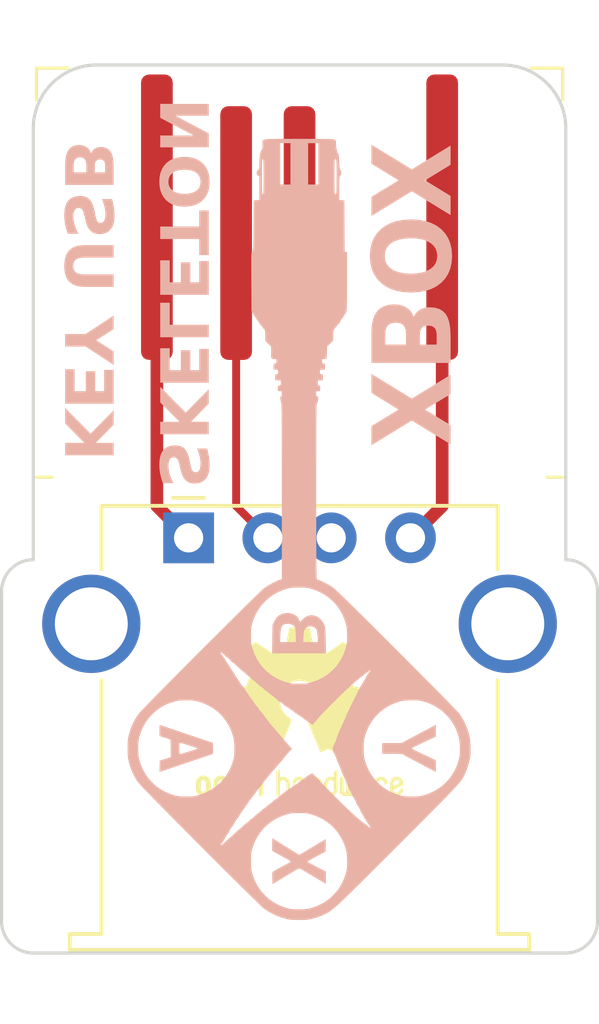
<source format=kicad_pcb>
(kicad_pcb (version 20240108) (generator "pcbnew") (generator_version "8.0")
  (title_block (title "Original Xbox front controller port USB adapter PCB"))
  (layers (0 "F.Cu" signal) (31 "B.Cu" signal) (34 "B.Paste" user) (35 "F.Paste" user) (36 "B.SilkS" user "B.Silkscreen") (37 "F.SilkS" user "F.Silkscreen") (38 "B.Mask" user) (39 "F.Mask" user) (44 "Edge.Cuts" user))
  (net 0 "")
  (net 2 "Net-(J1-D+)")
  (net 3 "Net-(J1-GND)")
  (net 4 "Net-(J1-VBUS)")
  (net 5 "Net-(J1-D-)")
  (footprint "Connector_USB:USB_A_Stewart_SS-52100-001_Horizontal" (layer "F.Cu") (at 227.4 137.81)
    (property "Reference" "J1" (hide yes))
    (property "Value" "Adapter USB")
  )
  (footprint "Symbol:OSHW-Logo2_7.3x6mm_SilkScreen" (layer "F.Cu") (at 230.9 143.4)
    (property "Reference" "REF**" (hide yes))
    (property "Value" "OSHW-Logo2_7.3x6mm_SilkScreen" (hide yes))
  )
  (footprint "OGXLibrary:ogx_front_panel_usb_male" (layer "F.Cu") (at 222.4 122.9)
    (property "Reference" "J2" (hide yes))
    (property "Value" "Xbox Front Panel USB")
  )
  (gr_poly (pts (xy 228.172429 144.503044) (xy 228.170838 144.446) (xy 228.165758 144.271587) (xy 228.004891 144.2174) (xy 227.192092 143.944773) (xy 226.722826 143.7856) (xy 226.573681 143.734747) (xy 226.511371 143.712786) (xy 226.506285 143.710911) (xy 226.501797 143.709846) (xy 226.497869 143.709769) (xy 226.494464 143.710855) (xy 226.491546 143.71328) (xy 226.489077 143.717222) (xy 226.487019 143.722854) (xy 226.485336 143.730355) (xy 226.483991 143.739899) (xy 226.482945 143.751664) (xy 226.481606 143.782557) (xy 226.481021 143.824444) (xy 226.480892 143.878733) (xy 226.480892 144.056533) (xy 226.528304 144.073467) (xy 226.540171 144.077955) (xy 226.556244 144.083653) (xy 226.598155 144.097808) (xy 226.64832 144.114186) (xy 226.701025 144.13104) (xy 226.828024 144.17168) (xy 226.833104 144.446) (xy 226.836491 144.72032) (xy 226.790771 144.738947) (xy 226.761852 144.749107) (xy 226.71944 144.763076) (xy 226.669089 144.778951) (xy 226.616358 144.794827) (xy 226.489358 144.83208) (xy 226.484278 145.01496) (xy 226.483708 145.045195) (xy 226.483286 145.071898) (xy 226.483043 145.095268) (xy 226.483008 145.115502) (xy 226.483078 145.124505) (xy 226.483212 145.132799) (xy 226.483412 145.140408) (xy 226.483683 145.147357) (xy 226.484028 145.153672) (xy 226.484452 145.159376) (xy 226.484957 145.164495) (xy 226.485548 145.169053) (xy 226.486228 145.173076) (xy 226.487001 145.176587) (xy 226.487871 145.179613) (xy 226.488344 145.180951) (xy 226.488842 145.182177) (xy 226.489366 145.183293) (xy 226.489917 145.184304) (xy 226.490494 145.185212) (xy 226.491099 145.18602) (xy 226.491732 145.186731) (xy 226.492393 145.187348) (xy 226.493083 145.187875) (xy 226.493803 145.188315) (xy 226.494552 145.18867) (xy 226.495331 145.188944) (xy 226.496142 145.18914) (xy 226.496983 145.189261) (xy 226.497856 145.18931) (xy 226.498761 145.18929) (xy 226.499698 145.189204) (xy 226.500669 145.189056) (xy 226.502711 145.188584) (xy 226.504891 145.187898) (xy 226.507212 145.187024) (xy 226.509678 145.185987) (xy 226.862526 145.065337) (xy 227.120971 144.978394) (xy 227.120971 144.625493) (xy 227.119428 144.623474) (xy 227.117976 144.619715) (xy 227.115345 144.607442) (xy 227.113087 144.589603) (xy 227.111208 144.567126) (xy 227.108618 144.511967) (xy 227.107636 144.449387) (xy 227.108321 144.386806) (xy 227.110732 144.331647) (xy 227.112603 144.30917) (xy 227.114929 144.291331) (xy 227.117716 144.279059) (xy 227.119284 144.2753) (xy 227.120971 144.27328) (xy 227.123665 144.273076) (xy 227.129104 144.273713) (xy 227.147615 144.277381) (xy 227.175294 144.284025) (xy 227.21093 144.293388) (xy 227.253313 144.305212) (xy 227.301232 144.319238) (xy 227.353477 144.335209) (xy 227.408838 144.352866) (xy 227.463894 144.370418) (xy 227.51528 144.387236) (xy 227.561863 144.402903) (xy 227.602513 144.417002) (xy 227.636098 144.429116) (xy 227.661488 144.43883) (xy 227.670757 144.442656) (xy 227.677552 144.445726) (xy 227.681733 144.447987) (xy 227.682799 144.448798) (xy 227.683158 144.449387) (xy 227.67703 144.453988) (xy 227.659696 144.461746) (xy 227.597697 144.484762) (xy 227.509743 144.514484) (xy 227.408415 144.546965) (xy 227.306292 144.578255) (xy 227.215957 144.604406) (xy 227.149989 144.621468) (xy 227.130075 144.625357) (xy 227.120971 144.625493) (xy 227.120971 144.978394) (xy 227.711945 144.779587) (xy 227.989863 144.685395) (xy 228.08461 144.652666) (xy 228.131891 144.635653) (xy 228.146414 144.629727) (xy 228.15227 144.626664) (xy 228.157265 144.623165) (xy 228.161456 144.618952) (xy 228.164901 144.613746) (xy 228.167657 144.60727) (xy 228.16978 144.599247) (xy 228.171327 144.589398) (xy 228.172356 144.577445) (xy 228.172924 144.563111) (xy 228.173087 144.546118)) (stroke (width -0.000001)) (fill solid) (layer "B.SilkS"))
  (gr_poly (pts (xy 231.726838 141.049174) (xy 231.724384 140.923523) (xy 231.721811 140.825336) (xy 231.720343 140.785054) (xy 231.718682 140.749851) (xy 231.716773 140.719133) (xy 231.714561 140.692304) (xy 231.711992 140.668769) (xy 231.709011 140.647933) (xy 231.705564 140.6292) (xy 231.701596 140.611976) (xy 231.697053 140.595664) (xy 231.69188 140.57967) (xy 231.686022 140.563399) (xy 231.679424 140.546254) (xy 231.664498 140.513067) (xy 231.647721 140.4815) (xy 231.629187 140.451625) (xy 231.608992 140.423513) (xy 231.58723 140.397237) (xy 231.563993 140.372869) (xy 231.539378 140.35048) (xy 231.513478 140.330142) (xy 231.486387 140.311928) (xy 231.4582 140.295908) (xy 231.42901 140.282156) (xy 231.398913 140.270743) (xy 231.368002 140.261741) (xy 231.336372 140.255222) (xy 231.304117 140.251258) (xy 231.287784 140.250257) (xy 231.271331 140.249921) (xy 231.259844 140.250167) (xy 231.248257 140.250898) (xy 231.236586 140.252104) (xy 231.22485 140.253774) (xy 231.213067 140.255896) (xy 231.201255 140.25846) (xy 231.177616 140.26487) (xy 231.154075 140.272917) (xy 231.130778 140.282514) (xy 231.107867 140.293575) (xy 231.085488 140.306012) (xy 231.063783 140.31974) (xy 231.042897 140.33467) (xy 231.022973 140.350716) (xy 231.004155 140.367792) (xy 230.986587 140.385811) (xy 230.970414 140.404685) (xy 230.962895 140.414416) (xy 230.955778 140.424328) (xy 230.949082 140.434411) (xy 230.942824 140.444653) (xy 230.939738 140.449287) (xy 230.936789 140.452991) (xy 230.933913 140.455708) (xy 230.932484 140.456678) (xy 230.93105 140.45738) (xy 230.929604 140.457806) (xy 230.928138 140.457951) (xy 230.926644 140.457805) (xy 230.925114 140.457363) (xy 230.923541 140.456617) (xy 230.921916 140.45556) (xy 230.920233 140.454185) (xy 230.918483 140.452485) (xy 230.914752 140.44808) (xy 230.910661 140.442289) (xy 230.906149 140.435054) (xy 230.901152 140.426318) (xy 230.895611 140.416024) (xy 230.889461 140.404116) (xy 230.875091 140.375226) (xy 230.867094 140.359787) (xy 230.85953 140.345768) (xy 230.852279 140.333045) (xy 230.845219 140.32149) (xy 230.838229 140.310976) (xy 230.831187 140.301378) (xy 230.823971 140.292569) (xy 230.816459 140.284422) (xy 230.808531 140.27681) (xy 230.800065 140.269608) (xy 230.790939 140.262689) (xy 230.781032 140.255926) (xy 230.770221 140.249193) (xy 230.758387 140.242363) (xy 230.745406 140.23531) (xy 230.731158 140.227907) (xy 230.718069 140.221514) (xy 230.705424 140.215657) (xy 230.693151 140.210315) (xy 230.681178 140.20547) (xy 230.669433 140.201101) (xy 230.657845 140.197189) (xy 230.646341 140.193713) (xy 230.63485 140.190653) (xy 230.623298 140.187991) (xy 230.611616 140.185706) (xy 230.59973 140.183777) (xy 230.587568 140.182187) (xy 230.57506 140.180913) (xy 230.562132 140.179938) (xy 230.548713 140.17924) (xy 230.534731 140.1788) (xy 230.495909 140.179241) (xy 230.477139 140.180274) (xy 230.458789 140.181853) (xy 230.440853 140.183981) (xy 230.423326 140.186662) (xy 230.406201 140.189899) (xy 230.389475 140.193696) (xy 230.37314 140.198056) (xy 230.357191 140.202983) (xy 230.341624 140.208479) (xy 230.326431 140.214549) (xy 230.311608 140.221195) (xy 230.297149 140.228422) (xy 230.283049 140.236232) (xy 230.269301 140.244629) (xy 230.255901 140.253616) (xy 230.242842 140.263197) (xy 230.230119 140.273375) (xy 230.217727 140.284154) (xy 230.20566 140.295537) (xy 230.193912 140.307527) (xy 230.182478 140.320128) (xy 230.171353 140.333343) (xy 230.160529 140.347176) (xy 230.150003 140.36163) (xy 230.139769 140.376709) (xy 230.12982 140.392415) (xy 230.110757 140.425725) (xy 230.092771 140.461587) (xy 230.045357 140.563187) (xy 230.040278 141.006841) (xy 230.033505 141.452187) (xy 230.287505 141.452187) (xy 230.287505 141.096587) (xy 230.294278 140.888307) (xy 230.296663 140.835625) (xy 230.300105 140.787924) (xy 230.304748 140.744985) (xy 230.307564 140.725234) (xy 230.310735 140.706591) (xy 230.314277 140.68903) (xy 230.31821 140.672523) (xy 230.322551 140.657043) (xy 230.327318 140.642562) (xy 230.332528 140.629054) (xy 230.338201 140.616491) (xy 230.344354 140.604845) (xy 230.351004 140.59409) (xy 230.358171 140.584199) (xy 230.365872 140.575143) (xy 230.374124 140.566896) (xy 230.382946 140.55943) (xy 230.392357 140.552718) (xy 230.402373 140.546733) (xy 230.413012 140.541448) (xy 230.424294 140.536835) (xy 230.436236 140.532866) (xy 230.448855 140.529516) (xy 230.46217 140.526755) (xy 230.476199 140.524558) (xy 230.490959 140.522897) (xy 230.50647 140.521744) (xy 230.522748 140.521072) (xy 230.539811 140.520854) (xy 230.549281 140.520997) (xy 230.558636 140.521424) (xy 230.56787 140.522132) (xy 230.576979 140.523116) (xy 230.585956 140.524373) (xy 230.594796 140.525899) (xy 230.603493 140.527691) (xy 230.612042 140.529744) (xy 230.620438 140.532055) (xy 230.628674 140.53462) (xy 230.636745 140.537436) (xy 230.644646 140.540499) (xy 230.65237 140.543805) (xy 230.659913 140.54735) (xy 230.667268 140.551131) (xy 230.674431 140.555144) (xy 230.681395 140.559385) (xy 230.688156 140.56385) (xy 230.694706 140.568536) (xy 230.701042 140.573439) (xy 230.707156 140.578556) (xy 230.713045 140.583882) (xy 230.718701 140.589414) (xy 230.72412 140.595148) (xy 230.729296 140.601081) (xy 230.734223 140.607208) (xy 230.738896 140.613527) (xy 230.743309 140.620033) (xy 230.747456 140.626722) (xy 230.751333 140.633591) (xy 230.754933 140.640636) (xy 230.758251 140.647854) (xy 230.761029 140.655673) (xy 230.763645 140.664532) (xy 230.768385 140.685398) (xy 230.772449 140.71051) (xy 230.775819 140.739929) (xy 230.778475 140.773713) (xy 230.780397 140.811922) (xy 230.781564 140.854616) (xy 230.781958 140.901854) (xy 230.781958 141.096587) (xy 230.287505 141.096587) (xy 230.287505 141.452187) (xy 231.015638 141.452187) (xy 231.015638 141.096587) (xy 231.022411 140.930641) (xy 231.024903 140.886731) (xy 231.028616 140.846378) (xy 231.030951 140.827505) (xy 231.033618 140.809487) (xy 231.036625 140.792311) (xy 231.03998 140.775965) (xy 231.043692 140.760438) (xy 231.04777 140.745717) (xy 231.052223 140.731792) (xy 231.057058 140.71865) (xy 231.062286 140.706279) (xy 231.067915 140.694668) (xy 231.073952 140.683804) (xy 231.080408 140.673677) (xy 231.08729 140.664274) (xy 231.094608 140.655584) (xy 231.102369 140.647594) (xy 231.110584 140.640293) (xy 231.119259 140.63367) (xy 231.128405 140.627711) (xy 231.138029 140.622407) (xy 231.148141 140.617744) (xy 231.158749 140.613711) (xy 231.169862 140.610297) (xy 231.181488 140.607489) (xy 231.193636 140.605276) (xy 231.206315 140.603645) (xy 231.219534 140.602586) (xy 231.233301 140.602086) (xy 231.247624 140.602134) (xy 231.264097 140.602531) (xy 231.272069 140.603028) (xy 231.279867 140.603724) (xy 231.287493 140.604621) (xy 231.294948 140.605717) (xy 231.302234 140.607013) (xy 231.309352 140.60851) (xy 231.316304 140.610208) (xy 231.323091 140.612107) (xy 231.329715 140.614208) (xy 231.336177 140.61651) (xy 231.34248 140.619015) (xy 231.348624 140.621722) (xy 231.354611 140.624632) (xy 231.360443 140.627745) (xy 231.366121 140.631062) (xy 231.371647 140.634582) (xy 231.377022 140.638306) (xy 231.382248 140.642234) (xy 231.387326 140.646367) (xy 231.392259 140.650705) (xy 231.397046 140.655249) (xy 231.401691 140.659998) (xy 231.406195 140.664952) (xy 231.410559 140.670113) (xy 231.414784 140.675481) (xy 231.418873 140.681055) (xy 231.422826 140.686836) (xy 231.426646 140.692825) (xy 231.430334 140.699022) (xy 231.433891 140.705426) (xy 231.436467 140.711582) (xy 231.4391 140.719191) (xy 231.444448 140.738394) (xy 231.449756 140.762279) (xy 231.454846 140.790094) (xy 231.459539 140.821083) (xy 231.463657 140.854493) (xy 231.46702 140.88957) (xy 231.469451 140.925559) (xy 231.481305 141.096587) (xy 231.015638 141.096587) (xy 231.015638 141.452187) (xy 231.733611 141.452187)) (stroke (width -0.000001)) (fill solid) (layer "B.SilkS"))
  (gr_poly (pts (xy 231.447438 148.183187) (xy 231.335651 148.124978) (xy 231.242756 148.07566) (xy 231.20632 148.055922) (xy 231.178118 148.040311) (xy 231.159323 148.029464) (xy 231.153819 148.026024) (xy 231.151105 148.024013) (xy 231.150854 148.023181) (xy 231.151359 148.021963) (xy 231.154567 148.018411) (xy 231.169281 148.007133) (xy 231.194116 147.990854) (xy 231.227939 147.97025) (xy 231.269621 147.945994) (xy 231.31803 147.918762) (xy 231.372035 147.889228) (xy 231.430505 147.858067) (xy 231.721758 147.70228) (xy 231.726838 147.507546) (xy 231.727737 147.431135) (xy 231.72785 147.397771) (xy 231.727684 147.368693) (xy 231.727201 147.344695) (xy 231.726361 147.326571) (xy 231.725795 147.31996) (xy 231.725124 147.315115) (xy 231.724345 147.312135) (xy 231.723912 147.311376) (xy 231.723451 147.31112) (xy 231.713331 147.316114) (xy 231.687891 147.330434) (xy 231.597721 147.383087) (xy 231.306891 147.556653) (xy 231.147506 147.652168) (xy 231.016061 147.73022) (xy 230.925891 147.782872) (xy 230.900451 147.797193) (xy 230.893372 147.800917) (xy 230.890331 147.802187) (xy 230.803495 147.750884) (xy 230.603311 147.627985) (xy 230.365027 147.480003) (xy 230.163891 147.353453) (xy 230.098063 147.312178) (xy 230.073166 147.296541) (xy 230.058905 147.287413) (xy 230.055867 147.286158) (xy 230.053097 147.286259) (xy 230.050585 147.287804) (xy 230.048322 147.290879) (xy 230.046296 147.295572) (xy 230.044498 147.301968) (xy 230.042919 147.310156) (xy 230.041548 147.320221) (xy 230.039392 147.346332) (xy 230.03795 147.380996) (xy 230.037143 147.424907) (xy 230.036891 147.47876) (xy 230.036891 147.683653) (xy 230.118171 147.72768) (xy 230.258189 147.803595) (xy 230.370266 147.864787) (xy 230.41672 147.89037) (xy 230.457261 147.912881) (xy 230.492246 147.932526) (xy 230.522031 147.949506) (xy 230.546975 147.964026) (xy 230.567434 147.976289) (xy 230.583765 147.986498) (xy 230.596326 147.994856) (xy 230.605474 148.001567) (xy 230.60888 148.004369) (xy 230.611566 148.006835) (xy 230.613578 148.008991) (xy 230.614959 148.010863) (xy 230.615756 148.012475) (xy 230.616011 148.013853) (xy 230.615883 148.014711) (xy 230.615503 148.015693) (xy 230.61401 148.018014) (xy 230.61158 148.020781) (xy 230.608259 148.02396) (xy 230.604095 148.027516) (xy 230.599134 148.031415) (xy 230.587013 148.0401) (xy 230.572272 148.049737) (xy 230.555289 148.060049) (xy 230.536441 148.070758) (xy 230.516105 148.081586) (xy 230.386694 148.150801) (xy 230.282504 148.206999) (xy 230.200976 148.251608) (xy 230.16791 148.270013) (xy 230.13955 148.286056) (xy 230.115575 148.299917) (xy 230.095665 148.311774) (xy 230.079501 148.321805) (xy 230.066763 148.330189) (xy 230.05713 148.337105) (xy 230.053378 148.340068) (xy 230.050282 148.34273) (xy 230.047803 148.345115) (xy 230.0459 148.347245) (xy 230.044534 148.349141) (xy 230.043664 148.350827) (xy 230.04277 148.353945) (xy 230.041991 148.358787) (xy 230.040754 148.373237) (xy 230.039914 148.393362) (xy 230.039431 148.418348) (xy 230.039378 148.479652) (xy 230.040278 148.55064) (xy 230.045357 148.730133) (xy 230.465305 148.477827) (xy 230.602557 148.395081) (xy 230.658439 148.361648) (xy 230.70671 148.333073) (xy 230.7282 148.320506) (xy 230.748037 148.309033) (xy 230.766303 148.298611) (xy 230.783082 148.289202) (xy 230.798458 148.280763) (xy 230.812512 148.273255) (xy 230.825329 148.266637) (xy 230.836991 148.260868) (xy 230.847582 148.255908) (xy 230.857184 148.251716) (xy 230.865881 148.248251) (xy 230.873755 148.245473) (xy 230.88089 148.243341) (xy 230.887369 148.241814) (xy 230.890389 148.241266) (xy 230.893276 148.240853) (xy 230.89604 148.240571) (xy 230.898692 148.240416) (xy 230.901242 148.240381) (xy 230.903701 148.240462) (xy 230.90608 148.240654) (xy 230.908387 148.240952) (xy 230.912832 148.241844) (xy 230.91712 148.243098) (xy 230.921333 148.244673) (xy 230.925555 148.246529) (xy 230.934358 148.25092) (xy 230.979892 148.276346) (xy 231.067496 148.327331) (xy 231.318745 148.476133) (xy 231.451989 148.556275) (xy 231.566818 148.624511) (xy 231.651167 148.674015) (xy 231.692971 148.69796) (xy 231.730224 148.71828) (xy 231.730224 148.330506)) (stroke (width -0.000001)) (fill solid) (layer "B.SilkS"))
  (gr_poly (pts (xy 235.02037 144.73556) (xy 234.866092 144.663395) (xy 234.739595 144.603692) (xy 234.638656 144.555419) (xy 234.561054 144.517544) (xy 234.53031 144.502183) (xy 234.504566 144.489035) (xy 234.483544 144.47797) (xy 234.466968 144.46886) (xy 234.454559 144.461576) (xy 234.44604 144.455988) (xy 234.441132 144.451968) (xy 234.439945 144.450506) (xy 234.439557 144.449387) (xy 234.441076 144.446843) (xy 234.445831 144.442924) (xy 234.466254 144.43039) (xy 234.503226 144.410632) (xy 234.559149 144.3825) (xy 234.737452 144.29651) (xy 235.02037 144.163213) (xy 235.201557 144.076854) (xy 235.201557 143.700933) (xy 235.04577 143.7856) (xy 234.870299 143.87831) (xy 234.668157 143.98372) (xy 234.282078 144.188613) (xy 234.117824 144.280053) (xy 233.508224 144.280053) (xy 233.508224 144.61872) (xy 233.818104 144.61872) (xy 233.897949 144.618972) (xy 233.965371 144.619778) (xy 233.99471 144.620415) (xy 234.021285 144.62122) (xy 234.04521 144.622204) (xy 234.066601 144.623377) (xy 234.085571 144.624748) (xy 234.102234 144.626327) (xy 234.116704 144.628124) (xy 234.129096 144.63015) (xy 234.139523 144.632414) (xy 234.148099 144.634926) (xy 234.154939 144.637695) (xy 234.157744 144.63918) (xy 234.160157 144.640733) (xy 234.171263 144.64787) (xy 234.18995 144.658778) (xy 234.246095 144.68984) (xy 234.320654 144.729792) (xy 234.405691 144.774506) (xy 234.587513 144.869968) (xy 234.727424 144.94384) (xy 234.858657 145.014113) (xy 234.940308 145.057664) (xy 235.02037 145.099627) (xy 235.201557 145.19784) (xy 235.201557 144.82192)) (stroke (width -0.000001)) (fill solid) (layer "B.SilkS"))
  (gr_poly (pts (xy 236.295451 144.407054) (xy 236.293338 144.339707) (xy 236.290609 144.281032) (xy 236.286967 144.228906) (xy 236.282116 144.181205) (xy 236.279143 144.158351) (xy 236.275756 144.135806) (xy 236.26759 144.090585) (xy 236.257321 144.04342) (xy 236.244651 143.992187) (xy 236.233115 143.950244) (xy 236.220151 143.907709) (xy 236.205837 143.864741) (xy 236.190253 143.821504) (xy 236.173478 143.778157) (xy 236.155592 143.734863) (xy 236.136674 143.691782) (xy 236.116804 143.649075) (xy 236.096061 143.606904) (xy 236.074524 143.56543) (xy 236.052272 143.524815) (xy 236.029386 143.485219) (xy 236.005944 143.446803) (xy 235.982025 143.40973) (xy 235.95771 143.374159) (xy 235.933077 143.340253) (xy 235.759723 143.15359) (xy 235.352688 142.737215) (xy 233.936637 141.315026) (xy 233.375922 140.755813) (xy 232.933258 140.315404) (xy 232.593345 139.978937) (xy 232.340883 139.731549) (xy 232.242665 139.636614) (xy 232.160572 139.558376) (xy 232.092693 139.494975) (xy 232.037114 139.444555) (xy 231.991924 139.405258) (xy 231.955209 139.375225) (xy 231.925058 139.352598) (xy 231.899558 139.335521) (xy 231.872063 139.318538) (xy 231.842001 139.300781) (xy 231.776288 139.263977) (xy 231.706647 139.227174) (xy 231.637303 139.192434) (xy 231.572483 139.161822) (xy 231.516415 139.137401) (xy 231.492983 139.128157) (xy 231.473324 139.121235) (xy 231.457966 139.116892) (xy 231.447438 139.115388) (xy 231.44163 139.086783) (xy 231.436855 138.992594) (xy 231.430081 138.557222) (xy 231.425424 136.346787) (xy 231.429658 134.391622) (xy 231.433997 133.796707) (xy 231.438971 133.578188) (xy 231.440766 133.577851) (xy 231.442649 133.576861) (xy 231.444613 133.57525) (xy 231.446647 133.573049) (xy 231.450889 133.567004) (xy 231.455296 133.558979) (xy 231.459793 133.549229) (xy 231.464302 133.538004) (xy 231.468746 133.52556) (xy 231.473049 133.512148) (xy 231.477134 133.498022) (xy 231.480924 133.483434) (xy 231.484342 133.468638) (xy 231.48731 133.453887) (xy 231.489753 133.439433) (xy 231.491593 133.42553) (xy 231.492754 133.412431) (xy 231.493158 133.400388) (xy 231.493038 133.394831) (xy 231.492675 133.389586) (xy 231.492401 133.38708) (xy 231.492064 133.384649) (xy 231.491664 133.382295) (xy 231.4912 133.380015) (xy 231.490671 133.37781) (xy 231.490078 133.375678) (xy 231.489418 133.37362) (xy 231.488693 133.371634) (xy 231.4879 133.36972) (xy 231.48704 133.367878) (xy 231.486112 133.366106) (xy 231.485114 133.364404) (xy 231.484048 133.362772) (xy 231.482911 133.361209) (xy 231.481703 133.359713) (xy 231.480425 133.358286) (xy 231.479074 133.356925) (xy 231.477651 133.355631) (xy 231.476154 133.354402) (xy 231.474584 133.353239) (xy 231.472939 133.35214) (xy 231.471219 133.351105) (xy 231.469424 133.350133) (xy 231.467553 133.349224) (xy 231.465604 133.348376) (xy 231.463578 133.347591) (xy 231.461474 133.346866) (xy 231.459291 133.346201) (xy 231.454446 133.344804) (xy 231.450057 133.343122) (xy 231.446105 133.341107) (xy 231.442569 133.338713) (xy 231.439431 133.335892) (xy 231.436669 133.332598) (xy 231.434265 133.328782) (xy 231.432198 133.324399) (xy 231.430448 133.3194) (xy 231.428996 133.31374) (xy 231.427822 133.307369) (xy 231.426906 133.300243) (xy 231.426228 133.292312) (xy 231.425768 133.283531) (xy 231.425507 133.273852) (xy 231.425424 133.263228) (xy 231.42555 133.23967) (xy 231.425849 133.230065) (xy 231.42643 133.221768) (xy 231.426856 133.218076) (xy 231.427388 133.214671) (xy 231.428038 133.211539) (xy 231.428818 133.208668) (xy 231.429739 133.206043) (xy 231.430813 133.203652) (xy 231.432052 133.201481) (xy 231.433468 133.199516) (xy 231.435072 133.197745) (xy 231.436877 133.196155) (xy 231.438894 133.194731) (xy 231.441134 133.193461) (xy 231.44361 133.19233) (xy 231.446334 133.191327) (xy 231.449317 133.190437) (xy 231.452571 133.189647) (xy 231.459939 133.188315) (xy 231.468532 133.187223) (xy 231.478445 133.186265) (xy 231.489771 133.185335) (xy 231.552424 133.180254) (xy 231.552424 133.095588) (xy 231.552359 133.082357) (xy 231.552143 133.070548) (xy 231.551743 133.060073) (xy 231.551465 133.055309) (xy 231.551128 133.050846) (xy 231.550729 133.046674) (xy 231.550264 133.04278) (xy 231.549729 133.039156) (xy 231.54912 133.035788) (xy 231.548433 133.032668) (xy 231.547664 133.029784) (xy 231.546808 133.027124) (xy 231.545863 133.024679) (xy 231.544823 133.022438) (xy 231.543684 133.020389) (xy 231.542444 133.018521) (xy 231.541097 133.016825) (xy 231.53964 133.015288) (xy 231.538068 133.013901) (xy 231.536378 133.012652) (xy 231.534565 133.01153) (xy 231.532626 133.010525) (xy 231.530556 133.009625) (xy 231.528352 133.008821) (xy 231.526009 133.0081) (xy 231.523524 133.007453) (xy 231.520892 133.006868) (xy 231.515171 133.005841) (xy 231.509153 133.004817) (xy 231.503774 133.003602) (xy 231.499001 133.002124) (xy 231.494798 133.000311) (xy 231.4929 132.999256) (xy 231.491131 132.998091) (xy 231.489488 132.996806) (xy 231.487965 132.995393) (xy 231.486559 132.993842) (xy 231.485266 132.992144) (xy 231.48408 132.990291) (xy 231.482998 132.988272) (xy 231.482015 132.986081) (xy 231.481127 132.983706) (xy 231.479618 132.978374) (xy 231.478436 132.972203) (xy 231.477547 132.965122) (xy 231.476916 132.957058) (xy 231.476509 132.947941) (xy 231.476289 132.937697) (xy 231.476224 132.926255) (xy 231.476224 132.851747) (xy 231.557505 132.846667) (xy 231.637091 132.841587) (xy 231.637091 132.748454) (xy 231.637061 132.732617) (xy 231.636932 132.718675) (xy 231.636645 132.706499) (xy 231.636139 132.69596) (xy 231.635785 132.691265) (xy 231.635355 132.68693) (xy 231.63484 132.68294) (xy 231.634233 132.679278) (xy 231.633528 132.67593) (xy 231.632715 132.672877) (xy 231.631789 132.670105) (xy 231.630741 132.667597) (xy 231.629564 132.665337) (xy 231.628251 132.663309) (xy 231.626793 132.661497) (xy 231.625185 132.659884) (xy 231.623417 132.658456) (xy 231.621484 132.657194) (xy 231.619377 132.656084) (xy 231.617088 132.655109) (xy 231.614612 132.654253) (xy 231.611939 132.6535) (xy 231.609063 132.652833) (xy 231.605976 132.652238) (xy 231.59914 132.651195) (xy 231.591371 132.65024) (xy 231.583862 132.649256) (xy 231.57718 132.648157) (xy 231.571276 132.64687) (xy 231.566103 132.64532) (xy 231.563777 132.644423) (xy 231.561616 132.643432) (xy 231.559614 132.642339) (xy 231.557766 132.641133) (xy 231.556065 132.639806) (xy 231.554506 132.638348) (xy 231.553083 132.636749) (xy 231.551789 132.635001) (xy 231.55062 132.633095) (xy 231.549569 132.63102) (xy 231.54863 132.628768) (xy 231.547798 132.62633) (xy 231.547065 132.623695) (xy 231.546428 132.620855) (xy 231.545413 132.614522) (xy 231.544706 132.607257) (xy 231.544259 132.598985) (xy 231.544025 132.589631) (xy 231.543958 132.579121) (xy 231.543958 132.513081) (xy 231.625238 132.508) (xy 231.704824 132.502921) (xy 231.704824 132.409788) (xy 231.704795 132.39395) (xy 231.704666 132.380008) (xy 231.704378 132.367833) (xy 231.703872 132.357294) (xy 231.703518 132.352598) (xy 231.703088 132.348263) (xy 231.702573 132.344273) (xy 231.701967 132.340612) (xy 231.701261 132.337263) (xy 231.700449 132.334211) (xy 231.699522 132.331438) (xy 231.698474 132.328931) (xy 231.697297 132.326671) (xy 231.695984 132.324643) (xy 231.694527 132.322831) (xy 231.692918 132.321218) (xy 231.691151 132.319789) (xy 231.689217 132.318528) (xy 231.68711 132.317417) (xy 231.684822 132.316442) (xy 231.682345 132.315587) (xy 231.679673 132.314834) (xy 231.676797 132.314167) (xy 231.67371 132.313572) (xy 231.666874 132.312528) (xy 231.659105 132.311574) (xy 231.651596 132.31059) (xy 231.644913 132.309491) (xy 231.639009 132.308203) (xy 231.633837 132.306653) (xy 231.63151 132.305756) (xy 231.629349 132.304765) (xy 231.627347 132.303672) (xy 231.625499 132.302466) (xy 231.623798 132.301139) (xy 231.622239 132.29968) (xy 231.620816 132.298082) (xy 231.619523 132.296334) (xy 231.618353 132.294428) (xy 231.617302 132.292353) (xy 231.616363 132.290101) (xy 231.615531 132.287663) (xy 231.614799 132.285028) (xy 231.614161 132.282188) (xy 231.613146 132.275856) (xy 231.612439 132.26859) (xy 231.611992 132.260318) (xy 231.611758 132.250964) (xy 231.611691 132.240455) (xy 231.611833 132.218646) (xy 231.612171 132.209803) (xy 231.612829 132.202195) (xy 231.613311 132.198822) (xy 231.613913 132.195719) (xy 231.614649 132.192872) (xy 231.615531 132.190269) (xy 231.616573 132.187897) (xy 231.617788 132.185742) (xy 231.619191 132.183792) (xy 231.620793 132.182034) (xy 231.622608 132.180454) (xy 231.62465 132.17904) (xy 231.626932 132.177778) (xy 231.629468 132.176656) (xy 231.63227 132.17566) (xy 231.635352 132.174778) (xy 231.638727 132.173997) (xy 231.642409 132.173302) (xy 231.650747 132.172124) (xy 231.660471 132.171139) (xy 231.684505 132.169334) (xy 231.755624 132.164255) (xy 231.764091 131.967828) (xy 231.772558 131.7714) (xy 231.830131 131.722296) (xy 231.874918 131.684347) (xy 231.893093 131.668188) (xy 231.908712 131.653344) (xy 231.92197 131.639393) (xy 231.93306 131.625913) (xy 231.937853 131.619219) (xy 231.942176 131.612483) (xy 231.946054 131.605655) (xy 231.949511 131.598681) (xy 231.952571 131.591509) (xy 231.955258 131.584085) (xy 231.957597 131.576358) (xy 231.959611 131.568274) (xy 231.962764 131.550825) (xy 231.96491 131.531318) (xy 231.966242 131.50933) (xy 231.966954 131.48444) (xy 231.967291 131.424267) (xy 231.967339 131.397259) (xy 231.967516 131.373222) (xy 231.967871 131.351914) (xy 231.968455 131.333091) (xy 231.969317 131.316511) (xy 231.969867 131.308986) (xy 231.970506 131.30193) (xy 231.971238 131.295313) (xy 231.972072 131.289105) (xy 231.973012 131.283276) (xy 231.974064 131.277794) (xy 231.975236 131.272629) (xy 231.976533 131.267752) (xy 231.977962 131.263131) (xy 231.979528 131.258737) (xy 231.981238 131.254539) (xy 231.983098 131.250506) (xy 231.985115 131.246609) (xy 231.987294 131.242816) (xy 231.989641 131.239097) (xy 231.992163 131.235423) (xy 231.994867 131.231763) (xy 231.997758 131.228085) (xy 232.004126 131.220558) (xy 232.011318 131.2126) (xy 232.020555 131.202347) (xy 232.030288 131.190904) (xy 232.035024 131.185069) (xy 232.035024 126.974188) (xy 232.029063 126.973923) (xy 232.023846 126.972627) (xy 232.019323 126.969544) (xy 232.015445 126.963922) (xy 232.012163 126.955005) (xy 232.009426 126.942041) (xy 232.005391 126.900951) (xy 232.002943 126.83462) (xy 232.001687 126.737015) (xy 232.001157 126.423855) (xy 232.001224 126.245605) (xy 232.001381 126.173109) (xy 232.001687 126.110693) (xy 232.001911 126.08303) (xy 232.002191 126.057605) (xy 232.002533 126.034322) (xy 232.002943 126.013089) (xy 232.003428 125.99381) (xy 232.003993 125.976391) (xy 232.004646 125.960738) (xy 232.005391 125.946758) (xy 232.006235 125.934355) (xy 232.007185 125.923435) (xy 232.008246 125.913904) (xy 232.008821 125.90963) (xy 232.009426 125.905668) (xy 232.010062 125.902006) (xy 232.010729 125.898633) (xy 232.011429 125.895536) (xy 232.012163 125.892704) (xy 232.01293 125.890124) (xy 232.013732 125.887787) (xy 232.014571 125.885678) (xy 232.015445 125.883787) (xy 232.016357 125.882102) (xy 232.017306 125.880611) (xy 232.018295 125.879303) (xy 232.019323 125.878165) (xy 232.020391 125.877186) (xy 232.021501 125.876353) (xy 232.022652 125.875656) (xy 232.023846 125.875083) (xy 232.025083 125.87462) (xy 232.026364 125.874258) (xy 232.027691 125.873984) (xy 232.029063 125.873786) (xy 232.031947 125.873572) (xy 232.035024 125.873522) (xy 232.040986 125.873786) (xy 232.046203 125.875083) (xy 232.050726 125.878165) (xy 232.054603 125.883787) (xy 232.057886 125.892704) (xy 232.060623 125.905668) (xy 232.064657 125.946758) (xy 232.067105 126.013089) (xy 232.068362 126.110693) (xy 232.068891 126.423855) (xy 232.068825 126.602104) (xy 232.068668 126.6746) (xy 232.068362 126.737015) (xy 232.068137 126.764678) (xy 232.067857 126.790104) (xy 232.067515 126.813386) (xy 232.067105 126.83462) (xy 232.06662 126.853899) (xy 232.066055 126.871318) (xy 232.065403 126.88697) (xy 232.064657 126.900951) (xy 232.063813 126.913354) (xy 232.062863 126.924274) (xy 232.061802 126.933805) (xy 232.061227 126.938079) (xy 232.060623 126.942041) (xy 232.059987 126.945703) (xy 232.059319 126.949076) (xy 232.058619 126.952173) (xy 232.057886 126.955005) (xy 232.057118 126.957584) (xy 232.056316 126.959922) (xy 232.055478 126.962031) (xy 232.054603 126.963922) (xy 232.053692 126.965607) (xy 232.052742 126.967098) (xy 232.051754 126.968406) (xy 232.050726 126.969544) (xy 232.049657 126.970523) (xy 232.048548 126.971356) (xy 232.047397 126.972053) (xy 232.046203 126.972627) (xy 232.044966 126.973089) (xy 232.043684 126.973451) (xy 232.042358 126.973725) (xy 232.040986 126.973923) (xy 232.038101 126.974137) (xy 232.035024 126.974188) (xy 232.035024 131.185069) (xy 232.04022 131.178667) (xy 232.050053 131.166034) (xy 232.059488 131.1534) (xy 232.06823 131.141163) (xy 232.075979 131.12972) (xy 232.082438 131.119467) (xy 232.085351 131.11447) (xy 232.088361 131.109651) (xy 232.091446 131.10503) (xy 232.094582 131.100628) (xy 232.097749 131.096465) (xy 232.100922 131.092559) (xy 232.104081 131.088931) (xy 232.107203 131.0856) (xy 232.110265 131.082588) (xy 232.113245 131.079912) (xy 232.116121 131.077594) (xy 232.118871 131.075652) (xy 232.120191 131.074829) (xy 232.121471 131.074108) (xy 232.122709 131.073491) (xy 232.123901 131.07298) (xy 232.125045 131.072579) (xy 232.126137 131.072289) (xy 232.127176 131.072113) (xy 232.128158 131.072054) (xy 232.129005 131.071941) (xy 232.129958 131.071606) (xy 232.132159 131.070291) (xy 232.134728 131.068159) (xy 232.13763 131.065254) (xy 232.140829 131.061626) (xy 232.144291 131.05732) (xy 232.147981 131.052384) (xy 232.151864 131.046866) (xy 232.160073 131.034268) (xy 232.168639 131.019905) (xy 232.177284 131.004152) (xy 232.185731 130.987388) (xy 232.190172 130.978623) (xy 232.194588 130.970137) (xy 232.198954 130.961968) (xy 232.203246 130.954156) (xy 232.207439 130.946741) (xy 232.211508 130.939763) (xy 232.215428 130.93326) (xy 232.219174 130.927274) (xy 232.222722 130.921844) (xy 232.226047 130.917009) (xy 232.229123 130.912808) (xy 232.231927 130.909283) (xy 232.234433 130.906472) (xy 232.235567 130.905346) (xy 232.236617 130.904415) (xy 232.23758 130.903681) (xy 232.238453 130.903151) (xy 232.239233 130.90283) (xy 232.239917 130.902721) (xy 232.240601 130.902623) (xy 232.241381 130.902331) (xy 232.243212 130.901183) (xy 232.24538 130.899317) (xy 232.247855 130.896768) (xy 232.250608 130.893574) (xy 232.25361 130.889773) (xy 232.256829 130.885401) (xy 232.260238 130.880496) (xy 232.2675 130.869235) (xy 232.27516 130.856287) (xy 232.282978 130.84195) (xy 232.290718 130.826522) (xy 232.294543 130.818689) (xy 232.298381 130.811093) (xy 232.302203 130.803769) (xy 232.305984 130.796756) (xy 232.309695 130.790089) (xy 232.31331 130.783808) (xy 232.3168 130.777948) (xy 232.320139 130.772546) (xy 232.3233 130.767641) (xy 232.326255 130.76327) (xy 232.328976 130.759468) (xy 232.331437 130.756275) (xy 232.33361 130.753726) (xy 232.335469 130.75186) (xy 232.336271 130.751194) (xy 232.336985 130.750713) (xy 232.337606 130.75042) (xy 232.338131 130.750322) (xy 232.33879 130.750248) (xy 232.339498 130.750029) (xy 232.341048 130.749171) (xy 232.342767 130.747777) (xy 232.34464 130.745877) (xy 232.346652 130.7435) (xy 232.348787 130.740678) (xy 232.351032 130.737438) (xy 232.353371 130.733812) (xy 232.358273 130.725517) (xy 232.363372 130.716031) (xy 232.368552 130.705593) (xy 232.373691 130.694441) (xy 232.381103 130.671419) (xy 232.386947 130.632502) (xy 232.391401 130.57148) (xy 232.394646 130.48214) (xy 232.398218 130.193664) (xy 232.399091 129.717387) (xy 232.399091 128.794521) (xy 232.361838 128.789441) (xy 232.322891 128.784362) (xy 232.319505 127.97664) (xy 232.314424 127.168921) (xy 232.234838 127.163841) (xy 232.153558 127.158762) (xy 232.153558 126.789614) (xy 232.153693 126.673959) (xy 232.153926 126.626298) (xy 232.154325 126.584774) (xy 232.154932 126.548906) (xy 232.15579 126.518212) (xy 232.156326 126.504655) (xy 232.156941 126.492211) (xy 232.157639 126.48082) (xy 232.158426 126.470421) (xy 232.159307 126.460956) (xy 232.160288 126.452363) (xy 232.161374 126.444582) (xy 232.16257 126.437554) (xy 232.163881 126.431217) (xy 232.165313 126.425513) (xy 232.166871 126.42038) (xy 232.168559 126.415759) (xy 232.170385 126.411589) (xy 232.172352 126.407811) (xy 232.174466 126.404363) (xy 232.176732 126.401187) (xy 232.179155 126.398222) (xy 232.181742 126.395407) (xy 232.184496 126.392683) (xy 232.187424 126.389989) (xy 232.191274 126.386196) (xy 232.194885 126.382131) (xy 232.198256 126.37781) (xy 232.201388 126.373247) (xy 232.204278 126.368458) (xy 232.206928 126.363459) (xy 232.209336 126.358266) (xy 232.211501 126.352893) (xy 232.215102 126.341672) (xy 232.217726 126.329921) (xy 232.219367 126.317762) (xy 232.220021 126.305321) (xy 232.219683 126.292721) (xy 232.218348 126.280087) (xy 232.21601 126.267542) (xy 232.212666 126.25521) (xy 232.208309 126.243215) (xy 232.20575 126.237383) (xy 232.202936 126.231682) (xy 232.199866 126.226127) (xy 232.19654 126.220734) (xy 232.192958 126.215518) (xy 232.189118 126.210496) (xy 232.184569 126.203994) (xy 232.18043 126.197058) (xy 232.176672 126.189492) (xy 232.173269 126.1811) (xy 232.170194 126.171686) (xy 232.167419 126.161054) (xy 232.164916 126.149008) (xy 232.162659 126.135353) (xy 232.158773 126.102428) (xy 232.155542 126.060713) (xy 232.152748 126.00864) (xy 232.150171 125.944641) (xy 232.1486 125.899242) (xy 232.146493 125.856403) (xy 232.14395 125.817096) (xy 232.141069 125.782293) (xy 232.137951 125.752967) (xy 232.136333 125.740662) (xy 232.134693 125.73009) (xy 232.133043 125.721374) (xy 232.131395 125.714635) (xy 232.129763 125.709994) (xy 232.128956 125.708499) (xy 232.128158 125.707574) (xy 232.121442 125.70123) (xy 232.114674 125.691907) (xy 232.107921 125.679881) (xy 232.101249 125.665426) (xy 232.094727 125.648818) (xy 232.08842 125.630332) (xy 232.082397 125.610244) (xy 232.076722 125.588829) (xy 232.071465 125.566363) (xy 232.066691 125.54312) (xy 232.062468 125.519375) (xy 232.058863 125.495406) (xy 232.055942 125.471485) (xy 232.053773 125.44789) (xy 232.052423 125.424895) (xy 232.051958 125.402775) (xy 232.051876 125.387112) (xy 232.051627 125.372486) (xy 232.051199 125.358863) (xy 232.050582 125.346206) (xy 232.049767 125.334483) (xy 232.048743 125.323657) (xy 232.047501 125.313694) (xy 232.046031 125.304561) (xy 232.044323 125.29622) (xy 232.042366 125.288639) (xy 232.040152 125.281783) (xy 232.038945 125.278615) (xy 232.03767 125.275616) (xy 232.036325 125.27278) (xy 232.03491 125.270103) (xy 232.033423 125.267582) (xy 232.031862 125.265211) (xy 232.030228 125.262987) (xy 232.028517 125.260905) (xy 232.02673 125.25896) (xy 232.024864 125.257149) (xy 232.009647 125.249178) (xy 231.975837 125.242914) (xy 231.914523 125.238158) (xy 231.816796 125.234712) (xy 231.476462 125.230955) (xy 230.883557 125.230055) (xy 230.46459 125.229529) (xy 230.299407 125.229441) (xy 230.160716 125.229976) (xy 230.046234 125.231512) (xy 229.997359 125.232775) (xy 229.95368 125.234431) (xy 229.914912 125.236527) (xy 229.88077 125.23911) (xy 229.85097 125.242229) (xy 229.825224 125.24593) (xy 229.80325 125.250262) (xy 229.78476 125.25527) (xy 229.776733 125.258044) (xy 229.76947 125.261004) (xy 229.762935 125.264158) (xy 229.757094 125.26751) (xy 229.75191 125.271068) (xy 229.747348 125.274836) (xy 229.743372 125.278821) (xy 229.739946 125.283029) (xy 229.737035 125.287466) (xy 229.734603 125.292137) (xy 229.732614 125.297049) (xy 229.731033 125.302207) (xy 229.728951 125.313286) (xy 229.728073 125.325423) (xy 229.728112 125.338664) (xy 229.728784 125.353057) (xy 229.730884 125.385488) (xy 229.731742 125.403621) (xy 229.732091 125.423095) (xy 229.73201 125.439392) (xy 229.731764 125.454646) (xy 229.731343 125.468889) (xy 229.730742 125.48215) (xy 229.729952 125.494458) (xy 229.728966 125.505843) (xy 229.727776 125.516335) (xy 229.726376 125.525964) (xy 229.724758 125.53476) (xy 229.722913 125.542752) (xy 229.720836 125.54997) (xy 229.718518 125.556444) (xy 229.717267 125.559412) (xy 229.715952 125.562204) (xy 229.714574 125.564825) (xy 229.713131 125.567279) (xy 229.711622 125.569569) (xy 229.710046 125.5717) (xy 229.708403 125.573673) (xy 229.706691 125.575495) (xy 229.698859 125.584787) (xy 229.691263 125.597286) (xy 229.683939 125.612787) (xy 229.676925 125.631083) (xy 229.670259 125.651969) (xy 229.663977 125.675239) (xy 229.658117 125.700686) (xy 229.652716 125.728106) (xy 229.647811 125.757291) (xy 229.643439 125.788037) (xy 229.636444 125.853386) (xy 229.632029 125.922505) (xy 229.630882 125.957964) (xy 229.630491 125.993747) (xy 229.630462 126.023696) (xy 229.630339 126.050216) (xy 229.630067 126.073572) (xy 229.629591 126.094025) (xy 229.62926 126.103245) (xy 229.628858 126.111839) (xy 229.628377 126.119838) (xy 229.627812 126.127276) (xy 229.627155 126.134186) (xy 229.626399 126.1406) (xy 229.625538 126.146552) (xy 229.624564 126.152074) (xy 229.623472 126.157199) (xy 229.622253 126.161961) (xy 229.620902 126.166391) (xy 229.619412 126.170522) (xy 229.617775 126.174389) (xy 229.615984 126.178022) (xy 229.614034 126.181456) (xy 229.611917 126.184724) (xy 229.609627 126.187857) (xy 229.607156 126.190889) (xy 229.604497 126.193853) (xy 229.601645 126.196782) (xy 229.598591 126.199708) (xy 229.59533 126.202665) (xy 229.588158 126.208801) (xy 229.582775 126.213675) (xy 229.57774 126.21876) (xy 229.573052 126.224041) (xy 229.568711 126.229501) (xy 229.564717 126.235123) (xy 229.561071 126.240892) (xy 229.557772 126.24679) (xy 229.55482 126.252801) (xy 229.552216 126.258909) (xy 229.549958 126.265097) (xy 229.548048 126.271349) (xy 229.546486 126.277649) (xy 229.54527 126.283979) (xy 229.544402 126.290324) (xy 229.543881 126.296668) (xy 229.543708 126.302993) (xy 229.543881 126.309283) (xy 229.544402 126.315522) (xy 229.54527 126.321694) (xy 229.546486 126.327781) (xy 229.548048 126.333768) (xy 229.549958 126.339638) (xy 229.552216 126.345375) (xy 229.55482 126.350962) (xy 229.557772 126.356383) (xy 229.561071 126.361621) (xy 229.564717 126.366661) (xy 229.568711 126.371484) (xy 229.573052 126.376076) (xy 229.57774 126.380419) (xy 229.582775 126.384498) (xy 229.588158 126.388296) (xy 229.630491 126.415388) (xy 229.630491 127.158762) (xy 229.542438 127.163841) (xy 229.452691 127.168921) (xy 229.447611 127.974948) (xy 229.446424 128.238172) (xy 229.445807 128.34508) (xy 229.445098 128.437042) (xy 229.444691 128.477777) (xy 229.44424 128.515204) (xy 229.443737 128.549466) (xy 229.443176 128.580707) (xy 229.442549 128.60907) (xy 229.441849 128.634697) (xy 229.44107 128.657731) (xy 229.440203 128.678315) (xy 229.439242 128.696593) (xy 229.438179 128.712706) (xy 229.437008 128.726799) (xy 229.43638 128.733132) (xy 229.435721 128.739014) (xy 229.435032 128.744461) (xy 229.434312 128.749493) (xy 229.433559 128.754127) (xy 229.432773 128.758381) (xy 229.431952 128.762272) (xy 229.431096 128.765819) (xy 229.430204 128.769039) (xy 229.429275 128.771951) (xy 229.428309 128.774572) (xy 229.427304 128.776919) (xy 229.426259 128.779012) (xy 229.425173 128.780868) (xy 229.424046 128.782504) (xy 229.422877 128.783938) (xy 229.421665 128.785189) (xy 229.420409 128.786275) (xy 229.419107 128.787212) (xy 229.41776 128.788019) (xy 229.416366 128.788714) (xy 229.414925 128.789315) (xy 229.411895 128.790305) (xy 229.408665 128.791133) (xy 229.397496 128.796091) (xy 229.392996 128.801912) (xy 229.389164 128.811744) (xy 229.383334 128.848789) (xy 229.379666 128.917922) (xy 229.377824 129.029837) (xy 229.37747 129.195232) (xy 229.379878 129.729241) (xy 229.384958 130.657189) (xy 229.425597 130.733388) (xy 229.42976 130.741278) (xy 229.433972 130.749045) (xy 229.438203 130.756642) (xy 229.442425 130.764026) (xy 229.446607 130.771153) (xy 229.45072 130.777976) (xy 229.454733 130.784453) (xy 229.458618 130.790537) (xy 229.462344 130.796185) (xy 229.465881 130.801352) (xy 229.4692 130.805993) (xy 229.472271 130.810064) (xy 229.475064 130.813519) (xy 229.477549 130.816315) (xy 229.479697 130.818406) (xy 229.480636 130.819173) (xy 229.481478 130.819748) (xy 229.48322 130.821031) (xy 229.485255 130.822946) (xy 229.487558 130.825452) (xy 229.490103 130.828506) (xy 229.495825 130.83609) (xy 229.502221 130.84536) (xy 229.509094 130.85598) (xy 229.516244 130.867611) (xy 229.523474 130.879918) (xy 229.530584 130.892561) (xy 229.53421 130.89932) (xy 229.538079 130.90623) (xy 229.546406 130.920316) (xy 229.55529 130.934441) (xy 229.564451 130.948229) (xy 229.573612 130.961303) (xy 229.582496 130.973285) (xy 229.590823 130.983798) (xy 229.594692 130.988387) (xy 229.598318 130.992466) (xy 229.60147 130.996014) (xy 229.604562 130.99965) (xy 229.607575 131.003346) (xy 229.610489 131.007072) (xy 229.613283 131.010798) (xy 229.615939 131.014494) (xy 229.618436 131.01813) (xy 229.620755 131.021677) (xy 229.622874 131.025105) (xy 229.624776 131.028385) (xy 229.62644 131.031485) (xy 229.627845 131.034377) (xy 229.628973 131.037031) (xy 229.629803 131.039417) (xy 229.630316 131.041506) (xy 229.630447 131.042429) (xy 229.630491 131.043267) (xy 229.630745 131.045087) (xy 229.631493 131.047352) (xy 229.632712 131.050028) (xy 229.63438 131.053083) (xy 229.636475 131.056486) (xy 229.638974 131.060204) (xy 229.641855 131.064205) (xy 229.645096 131.068456) (xy 229.648674 131.072925) (xy 229.652567 131.077581) (xy 229.656753 131.08239) (xy 229.661209 131.08732) (xy 229.665913 131.09234) (xy 229.670843 131.097417) (xy 229.675977 131.102519) (xy 229.681291 131.107613) (xy 229.691795 131.11906) (xy 229.702775 131.131559) (xy 229.713914 131.144732) (xy 229.724895 131.158202) (xy 229.735399 131.171594) (xy 229.740558 131.178467) (xy 229.740558 126.974188) (xy 229.736645 126.973253) (xy 229.733146 126.970126) (xy 229.73004 126.96432) (xy 229.727302 126.955349) (xy 229.722847 126.925967) (xy 229.719603 126.878091) (xy 229.71739 126.807831) (xy 229.716031 126.711298) (xy 229.715157 126.423855) (xy 229.715346 126.263107) (xy 229.715615 126.195745) (xy 229.716031 126.136411) (xy 229.716615 126.084617) (xy 229.71739 126.039877) (xy 229.718379 126.001706) (xy 229.719603 125.969618) (xy 229.721085 125.943125) (xy 229.72193 125.931825) (xy 229.722847 125.921741) (xy 229.723841 125.912814) (xy 229.724912 125.904982) (xy 229.726065 125.898184) (xy 229.727302 125.89236) (xy 229.728626 125.887448) (xy 229.73004 125.883389) (xy 229.731545 125.880121) (xy 229.733146 125.877583) (xy 229.734845 125.875715) (xy 229.736645 125.874456) (xy 229.738548 125.873745) (xy 229.740558 125.873522) (xy 229.744471 125.874456) (xy 229.74797 125.877583) (xy 229.751076 125.883389) (xy 229.753814 125.89236) (xy 229.758268 125.921741) (xy 229.761513 125.969618) (xy 229.763725 126.039877) (xy 229.765084 126.136411) (xy 229.765958 126.423855) (xy 229.765769 126.584602) (xy 229.7655 126.651963) (xy 229.765084 126.711298) (xy 229.7645 126.763092) (xy 229.763725 126.807831) (xy 229.762737 126.846002) (xy 229.761513 126.878091) (xy 229.760031 126.904584) (xy 229.759186 126.915884) (xy 229.758268 126.925967) (xy 229.757275 126.934895) (xy 229.756203 126.942727) (xy 229.755051 126.949525) (xy 229.753814 126.955349) (xy 229.75249 126.960261) (xy 229.751076 126.96432) (xy 229.749571 126.967589) (xy 229.74797 126.970126) (xy 229.746271 126.971994) (xy 229.744471 126.973253) (xy 229.742568 126.973964) (xy 229.740558 126.974188) (xy 229.740558 131.178467) (xy 229.745109 131.184529) (xy 229.753708 131.196631) (xy 229.760878 131.207522) (xy 229.763791 131.212836) (xy 229.766795 131.217969) (xy 229.769863 131.222899) (xy 229.772969 131.227603) (xy 229.776085 131.232059) (xy 229.779184 131.236245) (xy 229.782238 131.240138) (xy 229.78522 131.243716) (xy 229.788102 131.246957) (xy 229.790859 131.249838) (xy 229.793461 131.252337) (xy 229.795882 131.254431) (xy 229.798095 131.2561) (xy 229.799115 131.256767) (xy 229.800073 131.257319) (xy 229.800965 131.257753) (xy 229.801787 131.258067) (xy 229.802537 131.258257) (xy 229.803211 131.258321) (xy 229.803846 131.258542) (xy 229.80448 131.259199) (xy 229.805738 131.261774) (xy 229.806977 131.265956) (xy 229.808186 131.271656) (xy 229.810474 131.287253) (xy 229.812525 131.307851) (xy 229.814257 131.332735) (xy 229.815594 131.361191) (xy 229.816453 131.392505) (xy 229.816758 131.425962) (xy 229.816758 131.5936) (xy 229.909891 131.688428) (xy 230.003024 131.783255) (xy 230.003024 131.967828) (xy 230.003312 132.034973) (xy 230.003906 132.062193) (xy 230.005009 132.085568) (xy 230.005799 132.095905) (xy 230.006776 132.105391) (xy 230.007958 132.114062) (xy 230.009364 132.121955) (xy 230.011015 132.129106) (xy 230.01293 132.135552) (xy 230.015128 132.141329) (xy 230.017629 132.146475) (xy 230.020453 132.151025) (xy 230.023618 132.155017) (xy 230.027145 132.158486) (xy 230.031054 132.16147) (xy 230.035362 132.164005) (xy 230.040091 132.166128) (xy 230.04526 132.167875) (xy 230.050887 132.169282) (xy 230.056994 132.170387) (xy 230.063599 132.171226) (xy 230.070721 132.171836) (xy 230.078381 132.172252) (xy 230.095391 132.172653) (xy 230.114784 132.172722) (xy 230.12464 132.172756) (xy 230.133302 132.17292) (xy 230.140848 132.173302) (xy 230.147355 132.173992) (xy 230.150242 132.17448) (xy 230.152899 132.175078) (xy 230.155334 132.175798) (xy 230.157558 132.17665) (xy 230.159579 132.177647) (xy 230.161408 132.178798) (xy 230.163054 132.180116) (xy 230.164526 132.181611) (xy 230.165835 132.183295) (xy 230.16699 132.185178) (xy 230.168 132.187272) (xy 230.168875 132.189588) (xy 230.169625 132.192138) (xy 230.17026 132.194931) (xy 230.170788 132.19798) (xy 230.17122 132.201296) (xy 230.171833 132.208772) (xy 230.172176 132.217449) (xy 230.172358 132.238761) (xy 230.172291 132.249569) (xy 230.17206 132.259184) (xy 230.171621 132.267682) (xy 230.17131 132.271537) (xy 230.170929 132.275141) (xy 230.170474 132.278505) (xy 230.169939 132.281638) (xy 230.169319 132.284549) (xy 230.168607 132.287249) (xy 230.167799 132.289747) (xy 230.166888 132.292052) (xy 230.16587 132.294174) (xy 230.164738 132.296123) (xy 230.163487 132.297908) (xy 230.162111 132.299539) (xy 230.160605 132.301025) (xy 230.158963 132.302377) (xy 230.15718 132.303603) (xy 230.15525 132.304714) (xy 230.153167 132.305718) (xy 230.150927 132.306627) (xy 230.148522 132.307448) (xy 230.145948 132.308192) (xy 230.1432 132.308869) (xy 230.140271 132.309487) (xy 230.133849 132.310589) (xy 230.126638 132.311574) (xy 230.118571 132.312528) (xy 230.111474 132.313572) (xy 230.105285 132.314834) (xy 230.099941 132.316442) (xy 230.097568 132.317417) (xy 230.095382 132.318528) (xy 230.093377 132.319789) (xy 230.091544 132.321218) (xy 230.089877 132.322831) (xy 230.088366 132.324643) (xy 230.087005 132.326671) (xy 230.085786 132.328931) (xy 230.084701 132.331438) (xy 230.083742 132.334211) (xy 230.082171 132.340612) (xy 230.081013 132.348263) (xy 230.080204 132.357294) (xy 230.079682 132.367833) (xy 230.079387 132.380008) (xy 230.079225 132.409788) (xy 230.079225 132.502921) (xy 230.152038 132.508) (xy 230.175513 132.509806) (xy 230.185011 132.510791) (xy 230.193154 132.511969) (xy 230.196751 132.512664) (xy 230.200048 132.513445) (xy 230.203058 132.514327) (xy 230.205795 132.515323) (xy 230.208271 132.516445) (xy 230.2105 132.517707) (xy 230.212495 132.519121) (xy 230.214268 132.520701) (xy 230.215833 132.522459) (xy 230.217202 132.524409) (xy 230.21839 132.526564) (xy 230.219408 132.528936) (xy 230.220269 132.531539) (xy 230.220988 132.534386) (xy 230.221576 132.537489) (xy 230.222047 132.540862) (xy 230.222689 132.54847) (xy 230.223019 132.557313) (xy 230.223158 132.579121) (xy 230.223091 132.589631) (xy 230.22286 132.598985) (xy 230.222421 132.607257) (xy 230.22211 132.611011) (xy 230.221729 132.614522) (xy 230.221274 132.617801) (xy 230.220739 132.620855) (xy 230.220119 132.623695) (xy 230.219407 132.62633) (xy 230.218599 132.628768) (xy 230.217689 132.63102) (xy 230.21667 132.633095) (xy 230.215538 132.635001) (xy 230.214287 132.636749) (xy 230.212911 132.638348) (xy 230.211405 132.639806) (xy 230.209763 132.641133) (xy 230.20798 132.642339) (xy 230.20605 132.643432) (xy 230.203967 132.644423) (xy 230.201727 132.64532) (xy 230.199322 132.646132) (xy 230.196748 132.64687) (xy 230.194 132.647542) (xy 230.191071 132.648157) (xy 230.184649 132.649256) (xy 230.177438 132.65024) (xy 230.169371 132.651195) (xy 230.162274 132.652238) (xy 230.156085 132.6535) (xy 230.150742 132.655109) (xy 230.148368 132.656084) (xy 230.146182 132.657194) (xy 230.144177 132.658456) (xy 230.142344 132.659884) (xy 230.140677 132.661497) (xy 230.139166 132.663309) (xy 230.137806 132.665337) (xy 230.136586 132.667597) (xy 230.135501 132.670105) (xy 230.134542 132.672877) (xy 230.132971 132.679278) (xy 230.131813 132.68693) (xy 230.131004 132.69596) (xy 230.130482 132.706499) (xy 230.130187 132.718675) (xy 230.130025 132.748454) (xy 230.130025 132.841587) (xy 230.219771 132.846667) (xy 230.290891 132.85077) (xy 230.290891 126.669389) (xy 230.290891 125.365521) (xy 230.612624 125.365521) (xy 230.612624 126.669389) (xy 230.290891 126.669389) (xy 230.290891 132.85077) (xy 230.307824 132.851747) (xy 230.307824 132.926255) (xy 230.307776 132.938255) (xy 230.307596 132.948913) (xy 230.307233 132.958316) (xy 230.306634 132.966551) (xy 230.30623 132.970257) (xy 230.305747 132.973704) (xy 230.305179 132.976902) (xy 230.30452 132.979862) (xy 230.303763 132.982596) (xy 230.302902 132.985113) (xy 230.301929 132.987425) (xy 230.300839 132.989542) (xy 230.299625 132.991477) (xy 230.298281 132.993238) (xy 230.296799 132.994837) (xy 230.295174 132.996286) (xy 230.293399 132.997594) (xy 230.291467 132.998773) (xy 230.289372 132.999834) (xy 230.287108 133.000787) (xy 230.284667 133.001644) (xy 230.282044 133.002414) (xy 230.279231 133.00311) (xy 230.276223 133.003741) (xy 230.269594 133.004854) (xy 230.262105 133.005841) (xy 230.254317 133.006812) (xy 230.247427 133.007892) (xy 230.24138 133.00919) (xy 230.236122 133.010815) (xy 230.233772 133.011785) (xy 230.231599 133.012877) (xy 230.229595 133.014106) (xy 230.227755 133.015485) (xy 230.226071 133.017028) (xy 230.224536 133.018748) (xy 230.223144 133.020659) (xy 230.221888 133.022774) (xy 230.220761 133.025108) (xy 230.219755 133.027674) (xy 230.218866 133.030485) (xy 230.218084 133.033556) (xy 230.21682 133.040529) (xy 230.215908 133.048703) (xy 230.215294 133.058187) (xy 230.214923 133.06909) (xy 230.214691 133.095588) (xy 230.214691 133.180254) (xy 230.279038 133.185335) (xy 230.290067 133.186266) (xy 230.299718 133.187226) (xy 230.308085 133.188326) (xy 230.315259 133.189674) (xy 230.318427 133.190475) (xy 230.321332 133.191379) (xy 230.323984 133.192399) (xy 230.326395 133.19355) (xy 230.328576 133.194845) (xy 230.33054 133.196297) (xy 230.332297 133.19792) (xy 230.333859 133.199728) (xy 230.335238 133.201734) (xy 230.336444 133.203953) (xy 230.33749 133.206397) (xy 230.338387 133.209081) (xy 230.339146 133.212018) (xy 230.339779 133.215221) (xy 230.340712 133.222482) (xy 230.341278 133.230973) (xy 230.341569 133.240804) (xy 230.341691 133.264921) (xy 230.341592 133.273871) (xy 230.341294 133.282307) (xy 230.340798 133.290233) (xy 230.340103 133.29765) (xy 230.33921 133.304561) (xy 230.33869 133.307827) (xy 230.338119 133.310968) (xy 230.337499 133.313984) (xy 230.336829 133.316874) (xy 230.33611 133.319641) (xy 230.335341 133.322282) (xy 230.334522 133.3248) (xy 230.333654 133.327194) (xy 230.332736 133.329465) (xy 230.331769 133.331612) (xy 230.330752 133.333637) (xy 230.329686 133.335539) (xy 230.328569 133.337319) (xy 230.327404 133.338978) (xy 230.326188 133.340514) (xy 230.324923 133.34193) (xy 230.323608 133.343224) (xy 230.322244 133.344398) (xy 230.32083 133.345452) (xy 230.319367 133.346386) (xy 230.317854 133.3472) (xy 230.316291 133.347894) (xy 230.313369 133.349188) (xy 230.310636 133.35084) (xy 230.308091 133.352844) (xy 230.305734 133.35519) (xy 230.303567 133.357871) (xy 230.301587 133.360879) (xy 230.298194 133.367844) (xy 230.295555 133.376019) (xy 230.29367 133.385339) (xy 230.292538 133.395742) (xy 230.292161 133.407161) (xy 230.292538 133.419533) (xy 230.29367 133.432792) (xy 230.295555 133.446876) (xy 230.298194 133.461718) (xy 230.301587 133.477255) (xy 230.305734 133.493421) (xy 230.310636 133.510154) (xy 230.316291 133.527387) (xy 230.323703 133.568193) (xy 230.329547 133.657298) (xy 230.337246 134.062481) (xy 230.341691 136.355254) (xy 230.341691 139.112) (xy 230.295972 139.123854) (xy 230.275306 139.129837) (xy 230.250499 139.138703) (xy 230.222097 139.150159) (xy 230.190641 139.163911) (xy 230.120741 139.197136) (xy 230.045146 139.236037) (xy 229.968202 139.278271) (xy 229.894254 139.321497) (xy 229.827648 139.363374) (xy 229.798457 139.383075) (xy 229.772731 139.40156) (xy 229.709952 139.457199) (xy 229.586094 139.574889) (xy 229.168634 139.983009) (xy 227.749198 141.396307) (xy 227.193391 141.953685) (xy 226.754603 142.394897) (xy 226.418407 142.734748) (xy 226.170376 142.98804) (xy 226.074915 143.086853) (xy 225.996085 143.169577) (xy 225.932084 143.238064) (xy 225.881107 143.294163) (xy 225.841352 143.339725) (xy 225.811016 143.3766) (xy 225.788294 143.40664) (xy 225.771384 143.431693) (xy 225.727834 143.502459) (xy 225.688411 143.571737) (xy 225.670149 143.606048) (xy 225.652799 143.640261) (xy 225.636322 143.67447) (xy 225.620678 143.708765) (xy 225.605829 143.743239) (xy 225.591733 143.777983) (xy 225.578352 143.81309) (xy 225.565645 143.84865) (xy 225.553573 143.884756) (xy 225.542097 143.9215) (xy 225.520772 143.997266) (xy 225.507139 144.050656) (xy 225.496483 144.097676) (xy 225.488446 144.141957) (xy 225.485298 144.164206) (xy 225.482671 144.187132) (xy 225.478802 144.23683) (xy 225.47648 144.294685) (xy 225.475348 144.364327) (xy 225.475051 144.449387) (xy 225.475348 144.534381) (xy 225.47648 144.603877) (xy 225.477469 144.633973) (xy 225.478802 144.661586) (xy 225.480521 144.68718) (xy 225.482671 144.711218) (xy 225.485298 144.734166) (xy 225.488446 144.756485) (xy 225.492159 144.778641) (xy 225.496483 144.801097) (xy 225.501461 144.824317) (xy 225.507139 144.848765) (xy 225.520772 144.9032) (xy 225.531383 144.941349) (xy 225.542877 144.979555) (xy 225.555225 145.017757) (xy 225.568397 145.055891) (xy 225.582362 145.093896) (xy 225.597091 145.131711) (xy 225.612554 145.169272) (xy 225.628722 145.206518) (xy 225.645564 145.243388) (xy 225.663051 145.279818) (xy 225.681154 145.315747) (xy 225.699841 145.351113) (xy 225.719085 145.385854) (xy 225.738854 145.419908) (xy 225.759119 145.453213) (xy 225.779851 145.485706) (xy 225.822939 145.539929) (xy 225.90992 145.636281) (xy 226.243825 145.984182) (xy 226.838079 146.587035) (xy 227.327558 147.078831) (xy 227.327558 145.96492) (xy 227.252797 145.964616) (xy 227.19143 145.963438) (xy 227.164746 145.962398) (xy 227.140183 145.960991) (xy 227.117332 145.959167) (xy 227.095783 145.956877) (xy 227.075127 145.95407) (xy 227.054954 145.950699) (xy 227.034856 145.946712) (xy 227.014423 145.94206) (xy 226.993246 145.936694) (xy 226.970916 145.930564) (xy 226.921158 145.915813) (xy 226.825277 145.884226) (xy 226.732675 145.847346) (xy 226.643497 145.805316) (xy 226.557885 145.75828) (xy 226.475984 145.706383) (xy 226.397938 145.649768) (xy 226.32389 145.588579) (xy 226.253984 145.52296) (xy 226.188365 145.453054) (xy 226.127176 145.379007) (xy 226.070561 145.30096) (xy 226.018664 145.21906) (xy 225.971629 145.133448) (xy 225.929599 145.044269) (xy 225.892719 144.951668) (xy 225.861132 144.855787) (xy 225.846381 144.806029) (xy 225.834885 144.762521) (xy 225.830233 144.742088) (xy 225.826246 144.72199) (xy 225.822874 144.701818) (xy 225.820068 144.681162) (xy 225.817778 144.659613) (xy 225.815954 144.636761) (xy 225.813506 144.585515) (xy 225.812329 144.524148) (xy 225.812025 144.449387) (xy 225.812326 144.374629) (xy 225.81348 144.313285) (xy 225.814495 144.286627) (xy 225.815865 144.262101) (xy 225.817636 144.239303) (xy 225.819856 144.217823) (xy 225.822573 144.197257) (xy 225.825833 144.177197) (xy 225.829683 144.157236) (xy 225.83417 144.136967) (xy 225.839342 144.115984) (xy 225.845246 144.093879) (xy 225.859438 144.04468) (xy 225.874901 143.995459) (xy 225.891463 143.947459) (xy 225.90915 143.900629) (xy 225.927992 143.854921) (xy 225.948014 143.810284) (xy 225.969244 143.766669) (xy 225.991709 143.724027) (xy 226.015436 143.682307) (xy 226.040454 143.64146) (xy 226.066789 143.601437) (xy 226.094468 143.562188) (xy 226.123519 143.523663) (xy 226.153968 143.485812) (xy 226.185844 143.448587) (xy 226.219174 143.411938) (xy 226.253984 143.375814) (xy 226.290108 143.341003) (xy 226.326758 143.307673) (xy 226.363984 143.275797) (xy 226.401834 143.245347) (xy 226.440359 143.216297) (xy 226.479608 143.188617) (xy 226.519632 143.162283) (xy 226.560478 143.137265) (xy 226.602198 143.113537) (xy 226.644841 143.091072) (xy 226.688456 143.069842) (xy 226.733092 143.04982) (xy 226.778801 143.030979) (xy 226.82563 143.013291) (xy 226.87363 142.99673) (xy 226.922851 142.981267) (xy 226.97205 142.967075) (xy 227.015138 142.955999) (xy 227.035406 142.951512) (xy 227.055368 142.947662) (xy 227.075428 142.944402) (xy 227.095994 142.941685) (xy 227.117474 142.939465) (xy 227.140272 142.937693) (xy 227.191456 142.935309) (xy 227.2528 142.934155) (xy 227.327558 142.933854) (xy 227.402319 142.934158) (xy 227.463686 142.935335) (xy 227.49037 142.936375) (xy 227.514932 142.937783) (xy 227.537784 142.939607) (xy 227.559333 142.941897) (xy 227.579989 142.944703) (xy 227.600161 142.948075) (xy 227.620259 142.952062) (xy 227.640692 142.956714) (xy 227.661869 142.96208) (xy 227.6842 142.96821) (xy 227.733958 142.98296) (xy 227.829299 143.014285) (xy 227.921534 143.050995) (xy 228.010495 143.092918) (xy 228.096014 143.139885) (xy 228.17792 143.191723) (xy 228.256047 143.248261) (xy 228.330224 143.309329) (xy 228.400284 143.374755) (xy 228.466058 143.444368) (xy 228.527377 143.517997) (xy 228.584072 143.595471) (xy 228.635975 143.676618) (xy 228.682917 143.761268) (xy 228.72473 143.849249) (xy 228.761244 143.94039) (xy 228.792291 144.03452) (xy 228.804475 144.077875) (xy 228.814516 144.11879) (xy 228.822652 144.158792) (xy 228.829121 144.199408) (xy 228.834162 144.242168) (xy 228.838011 144.288599) (xy 228.840908 144.34023) (xy 228.843091 144.398587) (xy 228.84405 144.442766) (xy 228.844414 144.486905) (xy 228.844222 144.529853) (xy 228.843515 144.57046) (xy 228.842331 144.607575) (xy 228.84071 144.640046) (xy 228.838693 144.666722) (xy 228.836318 144.686453) (xy 228.812143 144.796607) (xy 228.781033 144.903395) (xy 228.743196 145.006586) (xy 228.69884 145.10595) (xy 228.648174 145.201256) (xy 228.591406 145.292273) (xy 228.528745 145.378771) (xy 228.460398 145.460518) (xy 228.386574 145.537285) (xy 228.307482 145.60884) (xy 228.223329 145.674954) (xy 228.134325 145.735394) (xy 228.040678 145.789931) (xy 227.942595 145.838333) (xy 227.840286 145.880371) (xy 227.733958 145.915813) (xy 227.6842 145.930564) (xy 227.640692 145.94206) (xy 227.620259 145.946712) (xy 227.600161 145.950699) (xy 227.579989 145.95407) (xy 227.559333 145.956877) (xy 227.537784 145.959167) (xy 227.514932 145.960991) (xy 227.463686 145.963438) (xy 227.402319 145.964616) (xy 227.327558 145.96492) (xy 227.327558 147.078831) (xy 227.749198 147.502467) (xy 228.412635 148.165728) (xy 228.412635 147.507477) (xy 228.411633 147.506969) (xy 228.411291 147.505853) (xy 228.411623 147.504413) (xy 228.412598 147.502033) (xy 228.416345 147.494661) (xy 228.422275 147.484154) (xy 228.43013 147.470928) (xy 228.450582 147.437988) (xy 228.475637 147.399173) (xy 228.489303 147.378648) (xy 228.503366 147.356893) (xy 228.517429 147.334582) (xy 228.531095 147.31239) (xy 228.543967 147.290992) (xy 228.555648 147.271062) (xy 228.565742 147.253275) (xy 228.573852 147.238306) (xy 228.57716 147.231548) (xy 228.580711 147.224641) (xy 228.58447 147.217634) (xy 228.588403 147.210578) (xy 228.596652 147.196515) (xy 228.605178 147.18285) (xy 228.613704 147.169978) (xy 228.621952 147.158296) (xy 228.625885 147.153026) (xy 228.629645 147.148203) (xy 228.633196 147.143875) (xy 228.636504 147.140093) (xy 228.639774 147.13633) (xy 228.643215 147.132056) (xy 228.6468 147.127316) (xy 228.650501 147.122154) (xy 228.658144 147.110744) (xy 228.665926 147.098183) (xy 228.673629 147.084828) (xy 228.681034 147.071037) (xy 228.687923 147.057166) (xy 228.694078 147.043573) (xy 228.696654 147.037249) (xy 228.69929 147.031002) (xy 228.701966 147.024869) (xy 228.704661 147.018888) (xy 228.707357 147.013094) (xy 228.710032 147.007527) (xy 228.712668 147.002223) (xy 228.715245 146.997218) (xy 228.717742 146.992551) (xy 228.720139 146.988259) (xy 228.722418 146.984378) (xy 228.724558 146.980946) (xy 228.726539 146.978001) (xy 228.728342 146.975579) (xy 228.729946 146.973717) (xy 228.730667 146.973008) (xy 228.731332 146.972453) (xy 228.735327 146.968813) (xy 228.740833 146.962538) (xy 228.755594 146.943296) (xy 228.774045 146.917149) (xy 228.79462 146.886517) (xy 228.81575 146.853821) (xy 228.835868 146.821482) (xy 228.853407 146.791921) (xy 228.866798 146.76756) (xy 228.869253 146.762866) (xy 228.872146 146.757707) (xy 228.879101 146.746208) (xy 228.887366 146.733478) (xy 228.896643 146.719935) (xy 228.906634 146.705995) (xy 228.917042 146.692074) (xy 228.927569 146.67859) (xy 228.937918 146.66596) (xy 228.948035 146.653634) (xy 228.957894 146.64101) (xy 228.967237 146.628425) (xy 228.975807 146.616218) (xy 228.97972 146.610361) (xy 228.983344 146.604725) (xy 228.986645 146.599352) (xy 228.989591 146.594284) (xy 228.992151 146.589564) (xy 228.994291 146.585232) (xy 228.99598 146.581333) (xy 228.997185 146.577907) (xy 228.998546 146.574207) (xy 229.00069 146.569506) (xy 229.007133 146.557375) (xy 229.016115 146.542069) (xy 229.027241 146.524143) (xy 229.040113 146.504154) (xy 229.054335 146.482657) (xy 229.085238 146.43736) (xy 229.181097 146.305624) (xy 229.213855 146.260284) (xy 229.238696 146.225482) (xy 229.257267 146.198855) (xy 229.271213 146.178042) (xy 229.276968 146.169078) (xy 229.282184 146.160682) (xy 229.291824 146.144413) (xy 229.301766 146.128373) (xy 229.316113 146.107213) (xy 229.334508 146.08137) (xy 229.356594 146.05128) (xy 229.410411 145.980107) (xy 229.474705 145.897187) (xy 229.596625 145.73632) (xy 229.619471 145.706673) (xy 229.641921 145.6779) (xy 229.663419 145.650714) (xy 229.683408 145.62583) (xy 229.701334 145.603962) (xy 229.71664 145.585825) (xy 229.728771 145.572132) (xy 229.733472 145.567177) (xy 229.737171 145.5636) (xy 229.740006 145.560389) (xy 229.742784 145.557124) (xy 229.745487 145.553829) (xy 229.748098 145.550529) (xy 229.750601 145.547249) (xy 229.752977 145.544014) (xy 229.755209 145.540848) (xy 229.757279 145.537777) (xy 229.759172 145.534824) (xy 229.760868 145.532015) (xy 229.762351 145.529375) (xy 229.763603 145.526929) (xy 229.764607 145.5247) (xy 229.765346 145.522715) (xy 229.765802 145.520998) (xy 229.765918 145.520247) (xy 229.765958 145.519573) (xy 229.766348 145.517577) (xy 229.767495 145.514797) (xy 229.769362 145.511283) (xy 229.771911 145.507085) (xy 229.778906 145.496832) (xy 229.788183 145.484437) (xy 229.799444 145.470295) (xy 229.812392 145.454803) (xy 229.826729 145.43836) (xy 229.842158 145.42136) (xy 229.8571 145.40444) (xy 229.871209 145.388234) (xy 229.884127 145.37314) (xy 229.895498 145.359553) (xy 229.904963 145.347872) (xy 229.90887 145.34287) (xy 229.912166 145.338492) (xy 229.914808 145.33479) (xy 229.91675 145.331812) (xy 229.917948 145.329608) (xy 229.918254 145.328811) (xy 229.918358 145.328227) (xy 229.91865 145.326963) (xy 229.919509 145.325105) (xy 229.920903 145.32269) (xy 229.922803 145.31976) (xy 229.928002 145.31251) (xy 229.934868 145.303673) (xy 229.943163 145.293566) (xy 229.952648 145.282507) (xy 229.963086 145.270812) (xy 229.974238 145.2588) (xy 230.058693 145.161856) (xy 230.187597 145.011573) (xy 230.219467 144.973281) (xy 230.249828 144.937649) (xy 230.277966 144.905429) (xy 230.303168 144.877377) (xy 230.324718 144.854246) (xy 230.333901 144.844761) (xy 230.341903 144.83679) (xy 230.348635 144.830426) (xy 230.354008 144.825763) (xy 230.357932 144.822896) (xy 230.359323 144.822166) (xy 230.360318 144.82192) (xy 230.361107 144.82189) (xy 230.361884 144.821803) (xy 230.36265 144.821659) (xy 230.363404 144.82146) (xy 230.364143 144.821208) (xy 230.364868 144.820904) (xy 230.365578 144.82055) (xy 230.366271 144.820147) (xy 230.366947 144.819697) (xy 230.367604 144.819202) (xy 230.368242 144.818662) (xy 230.368861 144.81808) (xy 230.370032 144.816795) (xy 230.371113 144.815358) (xy 230.372094 144.813783) (xy 230.372968 144.812081) (xy 230.373728 144.810265) (xy 230.374367 144.808347) (xy 230.374877 144.80634) (xy 230.37525 144.804255) (xy 230.375479 144.802107) (xy 230.375557 144.799906) (xy 230.376432 144.795599) (xy 230.37906 144.789654) (xy 230.383449 144.782062) (xy 230.389607 144.772813) (xy 230.407258 144.749305) (xy 230.432072 144.71905) (xy 230.46411 144.681969) (xy 230.503431 144.637982) (xy 230.550093 144.58701) (xy 230.604158 144.528973) (xy 230.665118 144.462933) (xy 230.592305 144.383347) (xy 230.557538 144.344929) (xy 230.517374 144.299527) (xy 230.439905 144.210627) (xy 230.301051 144.051454) (xy 230.234165 143.973772) (xy 230.194371 143.926914) (xy 230.157118 143.88212) (xy 230.12124 143.839999) (xy 230.087268 143.800417) (xy 230.05901 143.76782) (xy 230.040278 143.746654) (xy 230.019812 143.722557) (xy 229.987679 143.682783) (xy 229.903964 143.57605) (xy 229.82025 143.466142) (xy 229.788117 143.4224) (xy 229.767651 143.392747) (xy 229.761595 143.384644) (xy 229.753814 143.374596) (xy 229.73442 143.350413) (xy 229.723483 143.337151) (xy 229.712168 143.32369) (xy 229.700814 143.310468) (xy 229.689758 143.29792) (xy 229.677991 143.284985) (xy 229.665787 143.270642) (xy 229.653503 143.255385) (xy 229.641498 143.239712) (xy 229.630127 143.224118) (xy 229.619749 143.209099) (xy 229.61072 143.195152) (xy 229.606823 143.188736) (xy 229.603398 143.182773) (xy 229.600206 143.177421) (xy 229.596995 143.17218) (xy 229.593784 143.167083) (xy 229.590592 143.162162) (xy 229.58744 143.15745) (xy 229.584348 143.152978) (xy 229.581335 143.148779) (xy 229.578421 143.144885) (xy 229.575627 143.141329) (xy 229.572971 143.138142) (xy 229.570474 143.135357) (xy 229.568156 143.133005) (xy 229.567069 143.132003) (xy 229.566036 143.131121) (xy 229.565056 143.130363) (xy 229.564134 143.129735) (xy 229.563271 143.129239) (xy 229.56247 143.128879) (xy 229.561734 143.128661) (xy 229.561065 143.128587) (xy 229.559308 143.127845) (xy 229.556616 143.125667) (xy 229.553047 143.122124) (xy 229.548656 143.117289) (xy 229.537639 143.10403) (xy 229.524023 143.086465) (xy 229.508264 143.06517) (xy 229.490818 143.040719) (xy 229.472141 143.013688) (xy 229.452691 142.984654) (xy 229.432451 142.955235) (xy 229.412686 142.927107) (xy 229.393875 142.900923) (xy 229.376491 142.877338) (xy 229.361013 142.857008) (xy 229.347916 142.840588) (xy 229.34241 142.834048) (xy 229.337677 142.828731) (xy 229.333778 142.824719) (xy 229.330772 142.822093) (xy 229.328571 142.820113) (xy 229.326422 142.817996) (xy 229.324338 142.815764) (xy 229.322331 142.813441) (xy 229.320413 142.811049) (xy 229.318597 142.80861) (xy 229.316895 142.806145) (xy 229.31532 142.803678) (xy 229.313883 142.801231) (xy 229.312598 142.798827) (xy 229.311476 142.796486) (xy 229.310531 142.794233) (xy 229.309774 142.792089) (xy 229.309218 142.790076) (xy 229.308875 142.788217) (xy 229.308787 142.787352) (xy 229.308758 142.786534) (xy 229.308367 142.784459) (xy 229.30722 142.78145) (xy 229.305353 142.777563) (xy 229.302805 142.772854) (xy 229.29581 142.761203) (xy 229.286533 142.746952) (xy 229.275272 142.730558) (xy 229.262324 142.712477) (xy 229.247987 142.693166) (xy 229.232558 142.673081) (xy 229.224726 142.663248) (xy 229.217129 142.653478) (xy 229.209806 142.643832) (xy 229.202792 142.634372) (xy 229.196126 142.62516) (xy 229.189844 142.616258) (xy 229.183984 142.607728) (xy 229.178583 142.599632) (xy 229.173678 142.592032) (xy 229.169306 142.584991) (xy 229.165504 142.578569) (xy 229.162311 142.57283) (xy 229.159762 142.567835) (xy 229.157896 142.563645) (xy 229.156748 142.560324) (xy 229.156456 142.559009) (xy 229.156358 142.557934) (xy 229.156318 142.556957) (xy 229.156202 142.555933) (xy 229.15601 142.554865) (xy 229.155746 142.553757) (xy 229.155007 142.551426) (xy 229.154003 142.548964) (xy 229.152751 142.546393) (xy 229.151268 142.543735) (xy 229.149572 142.541013) (xy 229.14768 142.538249) (xy 229.145609 142.535464) (xy 229.143377 142.532683) (xy 229.141001 142.529926) (xy 229.138499 142.527216) (xy 229.135887 142.524575) (xy 229.133184 142.522027) (xy 229.130406 142.519592) (xy 229.127571 142.517294) (xy 229.124268 142.514053) (xy 229.120113 142.509465) (xy 229.1095 142.496577) (xy 229.096228 142.479283) (xy 229.080793 142.458238) (xy 229.063691 142.434098) (xy 229.045418 142.407518) (xy 229.026471 142.379151) (xy 229.007345 142.349653) (xy 228.988298 142.320718) (xy 228.969589 142.292795) (xy 228.951713 142.266578) (xy 228.935167 142.242762) (xy 228.920446 142.222041) (xy 228.908047 142.205111) (xy 228.898465 142.192666) (xy 228.894886 142.188342) (xy 228.892198 142.1854) (xy 228.889939 142.183004) (xy 228.887621 142.18028) (xy 228.885263 142.177259) (xy 228.882885 142.17397) (xy 228.880507 142.170443) (xy 228.878148 142.166707) (xy 228.87583 142.162793) (xy 228.873571 142.15873) (xy 228.871392 142.154548) (xy 228.869311 142.150277) (xy 228.86735 142.145946) (xy 228.865528 142.141585) (xy 228.863864 142.137225) (xy 228.862379 142.132894) (xy 228.861092 142.128622) (xy 228.860024 142.12444) (xy 228.858619 142.120498) (xy 228.856955 142.116314) (xy 228.855054 142.111927) (xy 228.852934 142.107375) (xy 228.850615 142.102693) (xy 228.848118 142.097919) (xy 228.845463 142.093091) (xy 228.842668 142.088245) (xy 228.839754 142.083419) (xy 228.836741 142.078651) (xy 228.833649 142.073976) (xy 228.830497 142.069433) (xy 228.827305 142.065059) (xy 228.824094 142.060891) (xy 228.820883 142.056966) (xy 228.817691 142.053321) (xy 228.810389 142.043753) (xy 228.800229 142.029481) (xy 228.773241 141.989609) (xy 228.740539 141.939258) (xy 228.705931 141.883987) (xy 228.689494 141.856619) (xy 228.673493 141.830779) (xy 228.658366 141.807043) (xy 228.644548 141.785985) (xy 228.632476 141.768182) (xy 228.622587 141.754209) (xy 228.618598 141.748838) (xy 228.615318 141.744641) (xy 228.612802 141.741689) (xy 228.611104 141.740054) (xy 228.609641 141.73875) (xy 228.60781 141.736773) (xy 228.603167 141.730952) (xy 228.597412 141.722909) (xy 228.590784 141.71296) (xy 228.583521 141.701424) (xy 228.575862 141.688619) (xy 228.568043 141.67486) (xy 228.560304 141.660467) (xy 228.551007 141.644539) (xy 228.539905 141.626389) (xy 228.527413 141.606651) (xy 228.513949 141.58596) (xy 228.49993 141.564952) (xy 228.485771 141.544262) (xy 228.471891 141.524524) (xy 228.458705 141.506374) (xy 228.44856 141.492588) (xy 228.439694 141.480382) (xy 228.432079 141.469669) (xy 228.425685 141.460363) (xy 228.422936 141.45621) (xy 228.420481 141.452376) (xy 228.418316 141.44885) (xy 228.416438 141.445622) (xy 228.414842 141.44268) (xy 228.413525 141.440014) (xy 228.412484 141.437613) (xy 228.411715 141.435465) (xy 228.411213 141.433561) (xy 228.410975 141.431889) (xy 228.410998 141.430438) (xy 228.411106 141.429792) (xy 228.411278 141.429198) (xy 228.411513 141.428653) (xy 228.411811 141.428157) (xy 228.412171 141.427709) (xy 228.412593 141.427306) (xy 228.413076 141.426947) (xy 228.41362 141.426632) (xy 228.414889 141.426125) (xy 228.416397 141.425775) (xy 228.418139 141.42557) (xy 228.420111 141.4255) (xy 228.422311 141.425553) (xy 228.424734 141.42572) (xy 228.427376 141.425988) (xy 228.433304 141.426787) (xy 228.437423 141.42811) (xy 228.442122 141.430147) (xy 228.447346 141.432859) (xy 228.453042 141.436206) (xy 228.459155 141.440148) (xy 228.46563 141.444646) (xy 228.472412 141.44966) (xy 228.479448 141.45515) (xy 228.486682 141.461077) (xy 228.494059 141.4674) (xy 228.501526 141.474081) (xy 228.509028 141.481079) (xy 228.51651 141.488356) (xy 228.523918 141.49587) (xy 228.531196 141.503582) (xy 228.538291 141.511454) (xy 228.545289 141.519286) (xy 228.552281 141.526882) (xy 228.559224 141.534206) (xy 228.566073 141.541219) (xy 228.572782 141.547885) (xy 228.579308 141.554167) (xy 228.585606 141.560027) (xy 228.591631 141.565429) (xy 228.597339 141.570334) (xy 228.602684 141.574705) (xy 228.607623 141.578507) (xy 228.61211 141.5817) (xy 228.616101 141.584249) (xy 228.619552 141.586116) (xy 228.62106 141.586781) (xy 228.622417 141.587263) (xy 228.623616 141.587555) (xy 228.624652 141.587653) (xy 228.625832 141.587752) (xy 228.627146 141.588044) (xy 228.630158 141.589191) (xy 228.633652 141.591058) (xy 228.63759 141.593607) (xy 228.641934 141.5968) (xy 228.646648 141.600602) (xy 228.651695 141.604973) (xy 228.657036 141.609879) (xy 228.662636 141.61528) (xy 228.668457 141.62114) (xy 228.67446 141.627422) (xy 228.680611 141.634088) (xy 228.693202 141.648425) (xy 228.705931 141.663854) (xy 228.712593 141.671686) (xy 228.719217 141.679282) (xy 228.725766 141.686606) (xy 228.732204 141.693619) (xy 228.738494 141.700286) (xy 228.744597 141.706567) (xy 228.750477 141.712427) (xy 228.756096 141.717829) (xy 228.761418 141.722734) (xy 228.766405 141.727106) (xy 228.77102 141.730907) (xy 228.775225 141.7341) (xy 228.778985 141.736649) (xy 228.78226 141.738516) (xy 228.783705 141.739182) (xy 228.785015 141.739663) (xy 228.786185 141.739955) (xy 228.787211 141.740054) (xy 228.789426 141.740385) (xy 228.792231 141.741357) (xy 228.795583 141.742933) (xy 228.799435 141.745081) (xy 228.803743 141.747764) (xy 228.808464 141.750948) (xy 228.813551 141.754598) (xy 228.818961 141.75868) (xy 228.83057 141.768) (xy 228.842932 141.778629) (xy 228.855692 141.790291) (xy 228.868491 141.802706) (xy 228.881905 141.816524) (xy 228.896431 141.831017) (xy 228.911592 141.845748) (xy 228.926911 141.86028) (xy 228.941913 141.874177) (xy 228.956121 141.887003) (xy 228.969059 141.89832) (xy 228.980251 141.907693) (xy 229.232558 142.121054) (xy 229.390461 142.255039) (xy 229.449728 142.305124) (xy 229.484864 142.334414) (xy 229.495825 142.343479) (xy 229.508095 142.353913) (xy 229.521238 142.36534) (xy 229.534818 142.377382) (xy 229.548398 142.389662) (xy 229.561541 142.401803) (xy 229.573811 142.413428) (xy 229.584772 142.42416) (xy 229.596599 142.434406) (xy 229.610172 142.445803) (xy 229.625015 142.457914) (xy 229.640652 142.470303) (xy 229.656606 142.482534) (xy 229.672401 142.494169) (xy 229.687562 142.504772) (xy 229.701611 142.513906) (xy 229.708194 142.518367) (xy 229.714586 142.522839) (xy 229.720754 142.527297) (xy 229.726667 142.531713) (xy 229.732292 142.536059) (xy 229.737598 142.540309) (xy 229.742551 142.544434) (xy 229.747119 142.548409) (xy 229.751271 142.552204) (xy 229.754974 142.555794) (xy 229.758196 142.55915) (xy 229.760904 142.562246) (xy 229.763067 142.565055) (xy 229.763933 142.566343) (xy 229.764651 142.567548) (xy 229.765217 142.568668) (xy 229.765626 142.569699) (xy 229.765874 142.570638) (xy 229.765958 142.571481) (xy 229.766051 142.572328) (xy 229.766329 142.573281) (xy 229.767419 142.575489) (xy 229.769195 142.578074) (xy 229.77162 142.581005) (xy 229.77466 142.584255) (xy 229.778281 142.587792) (xy 229.782447 142.591587) (xy 229.787124 142.59561) (xy 229.797873 142.604222) (xy 229.810249 142.61339) (xy 229.823974 142.622875) (xy 229.838771 142.63244) (xy 229.853088 142.642488) (xy 229.866632 142.652178) (xy 229.879104 142.661313) (xy 229.890206 142.669693) (xy 229.899642 142.677122) (xy 229.903642 142.680416) (xy 229.907113 142.683399) (xy 229.910019 142.686044) (xy 229.912322 142.688327) (xy 229.913986 142.690223) (xy 229.914566 142.691018) (xy 229.914972 142.691707) (xy 229.916387 142.693542) (xy 229.919307 142.696463) (xy 229.929338 142.705307) (xy 229.944409 142.717722) (xy 229.963866 142.733194) (xy 230.013317 142.771241) (xy 230.072451 142.81532) (xy 230.102749 142.838415) (xy 230.131003 142.860379) (xy 230.156599 142.880715) (xy 230.178919 142.898929) (xy 230.197351 142.914522) (xy 230.204916 142.921182) (xy 230.211278 142.927001) (xy 230.21636 142.931917) (xy 230.220085 142.935868) (xy 230.222377 142.938792) (xy 230.222961 142.939849) (xy 230.223158 142.940627) (xy 230.223217 142.941286) (xy 230.223392 142.941993) (xy 230.224077 142.943541) (xy 230.225189 142.945252) (xy 230.226703 142.947109) (xy 230.228594 142.949095) (xy 230.230838 142.951193) (xy 230.233408 142.953386) (xy 230.236281 142.955655) (xy 230.239432 142.957984) (xy 230.242836 142.960355) (xy 230.246469 142.96275) (xy 230.250304 142.965154) (xy 230.254319 142.967547) (xy 230.258487 142.969913) (xy 230.262783 142.972234) (xy 230.267185 142.974493) (xy 230.271996 142.976728) (xy 230.277497 142.979593) (xy 230.290309 142.987035) (xy 230.305106 142.996461) (xy 230.321371 143.007514) (xy 230.338589 143.019836) (xy 230.356243 143.033072) (xy 230.373818 143.046864) (xy 230.390798 143.060853) (xy 230.407089 143.07446) (xy 230.422706 143.087153) (xy 230.437291 143.098656) (xy 230.450488 143.10869) (xy 230.456453 143.11307) (xy 230.461937 143.116978) (xy 230.466896 143.120381) (xy 230.471284 143.123242) (xy 230.475057 143.125529) (xy 230.47817 143.127205) (xy 230.480578 143.128236) (xy 230.481505 143.128498) (xy 230.482238 143.128587) (xy 230.483756 143.128997) (xy 230.486362 143.130201) (xy 230.494594 143.134831) (xy 230.506437 143.14216) (xy 230.521396 143.15187) (xy 230.538974 143.163644) (xy 230.558676 143.177164) (xy 230.580005 143.192113) (xy 230.602464 143.208173) (xy 230.677576 143.263247) (xy 230.736952 143.306493) (xy 230.783112 143.339738) (xy 230.818576 143.364807) (xy 230.845865 143.383526) (xy 230.867498 143.397721) (xy 230.883557 143.407702) (xy 230.883557 142.40892) (xy 230.808796 142.408616) (xy 230.74743 142.407439) (xy 230.720746 142.406398) (xy 230.696183 142.404991) (xy 230.673332 142.403167) (xy 230.651783 142.400877) (xy 230.631127 142.398071) (xy 230.610954 142.394699) (xy 230.590856 142.390712) (xy 230.570423 142.38606) (xy 230.549246 142.380694) (xy 230.526916 142.374564) (xy 230.477158 142.359814) (xy 230.381277 142.328226) (xy 230.288675 142.291346) (xy 230.199497 142.249316) (xy 230.113885 142.202281) (xy 230.031984 142.150383) (xy 229.953938 142.093768) (xy 229.87989 142.032579) (xy 229.809985 141.96696) (xy 229.744365 141.897055) (xy 229.683176 141.823007) (xy 229.626561 141.744961) (xy 229.574664 141.66306) (xy 229.527629 141.577448) (xy 229.485599 141.488269) (xy 229.448718 141.395668) (xy 229.417131 141.299787) (xy 229.402381 141.250029) (xy 229.390885 141.206521) (xy 229.386233 141.186088) (xy 229.382246 141.16599) (xy 229.378874 141.145818) (xy 229.376068 141.125162) (xy 229.373778 141.103613) (xy 229.371954 141.080761) (xy 229.369506 141.029515) (xy 229.368329 140.968148) (xy 229.368025 140.893387) (xy 229.368326 140.818629) (xy 229.36948 140.757286) (xy 229.370495 140.730627) (xy 229.371864 140.706102) (xy 229.373636 140.683303) (xy 229.375856 140.661824) (xy 229.378573 140.641257) (xy 229.381833 140.621197) (xy 229.385683 140.601236) (xy 229.39017 140.580967) (xy 229.395342 140.559984) (xy 229.401246 140.53788) (xy 229.415438 140.48868) (xy 229.430901 140.439459) (xy 229.447462 140.391459) (xy 229.46515 140.344629) (xy 229.483991 140.298921) (xy 229.504013 140.254284) (xy 229.525243 140.210669) (xy 229.547708 140.168026) (xy 229.571436 140.126307) (xy 229.596454 140.08546) (xy 229.622788 140.045437) (xy 229.650468 140.006187) (xy 229.679518 139.967662) (xy 229.709968 139.929812) (xy 229.741845 139.892587) (xy 229.775174 139.855937) (xy 229.809985 139.819813) (xy 229.846109 139.785003) (xy 229.882758 139.751673) (xy 229.919983 139.719797) (xy 229.957834 139.689347) (xy 229.996359 139.660297) (xy 230.035608 139.632617) (xy 230.075631 139.606283) (xy 230.116478 139.581265) (xy 230.158198 139.557537) (xy 230.20084 139.535072) (xy 230.244455 139.513842) (xy 230.289092 139.493821) (xy 230.3348 139.474979) (xy 230.38163 139.457292) (xy 230.42963 139.44073) (xy 230.478851 139.425267) (xy 230.52805 139.411076) (xy 230.571138 139.4) (xy 230.591407 139.395512) (xy 230.611368 139.391662) (xy 230.631428 139.388402) (xy 230.651994 139.385686) (xy 230.673474 139.383465) (xy 230.696272 139.381694) (xy 230.747456 139.379309) (xy 230.8088 139.378155) (xy 230.883557 139.377854) (xy 230.958319 139.378158) (xy 231.019686 139.379336) (xy 231.046369 139.380376) (xy 231.070932 139.381783) (xy 231.093783 139.383607) (xy 231.115333 139.385897) (xy 231.135989 139.388703) (xy 231.156161 139.392075) (xy 231.171424 139.395103) (xy 231.171424 126.669389) (xy 231.171424 125.365521) (xy 231.493158 125.365521) (xy 231.493158 126.669389) (xy 231.171424 126.669389) (xy 231.171424 139.395103) (xy 231.176259 139.396062) (xy 231.196692 139.400714) (xy 231.217869 139.40608) (xy 231.240199 139.41221) (xy 231.289958 139.42696) (xy 231.385299 139.458284) (xy 231.477534 139.494994) (xy 231.566495 139.536918) (xy 231.652013 139.583884) (xy 231.73392 139.635722) (xy 231.812047 139.692261) (xy 231.886224 139.753329) (xy 231.956284 139.818755) (xy 232.022058 139.888368) (xy 232.083377 139.961997) (xy 232.140072 140.039471) (xy 232.191975 140.120618) (xy 232.238917 140.205268) (xy 232.28073 140.293249) (xy 232.317244 140.38439) (xy 232.348291 140.478521) (xy 232.360475 140.521876) (xy 232.370516 140.56279) (xy 232.378652 140.602792) (xy 232.385121 140.643409) (xy 232.390161 140.686169) (xy 232.394011 140.7326) (xy 232.396908 140.78423) (xy 232.399091 140.842587) (xy 232.40005 140.886766) (xy 232.400414 140.930905) (xy 232.400222 140.973853) (xy 232.399514 141.01446) (xy 232.39833 141.051575) (xy 232.39671 141.084046) (xy 232.394692 141.110722) (xy 232.392318 141.130454) (xy 232.368143 141.240608) (xy 232.337033 141.347395) (xy 232.299196 141.450587) (xy 232.25484 141.54995) (xy 232.204174 141.645256) (xy 232.147406 141.736273) (xy 232.084745 141.822771) (xy 232.016398 141.904519) (xy 231.942574 141.981285) (xy 231.863482 142.052841) (xy 231.779329 142.118954) (xy 231.690325 142.179394) (xy 231.596677 142.233931) (xy 231.498595 142.282334) (xy 231.396285 142.324371) (xy 231.289958 142.359814) (xy 231.240199 142.374564) (xy 231.196692 142.38606) (xy 231.176259 142.390712) (xy 231.156161 142.394699) (xy 231.135989 142.398071) (xy 231.115333 142.400877) (xy 231.093783 142.403167) (xy 231.070932 142.404991) (xy 231.019686 142.407439) (xy 230.958319 142.408616) (xy 230.883557 142.40892) (xy 230.883557 143.407702) (xy 230.885995 143.409217) (xy 230.903878 143.41984) (xy 230.909387 143.422831) (xy 230.915093 143.426071) (xy 230.926923 143.433175) (xy 230.939031 143.440914) (xy 230.951079 143.44905) (xy 230.962731 143.457344) (xy 230.973648 143.46556) (xy 230.983494 143.473458) (xy 230.98791 143.477213) (xy 230.991931 143.4808) (xy 231.001651 143.488969) (xy 231.016352 143.500432) (xy 231.057759 143.531177) (xy 231.110279 143.568906) (xy 231.168038 143.609494) (xy 231.308584 143.706014) (xy 231.379704 143.626427) (xy 231.40992 143.591872) (xy 231.439818 143.557) (xy 231.465906 143.525938) (xy 231.476429 143.513126) (xy 231.484691 143.502814) (xy 231.532286 143.447139) (xy 231.613358 143.359674) (xy 231.719155 143.24927) (xy 231.840926 143.124777) (xy 232.097387 142.868925) (xy 232.214574 142.755267) (xy 232.312731 142.662921) (xy 232.445658 142.53973) (xy 232.498468 142.490994) (xy 232.532864 142.45972) (xy 232.572674 142.42371) (xy 232.634808 142.370714) (xy 232.711428 142.307082) (xy 232.794696 142.239163) (xy 232.876773 142.173309) (xy 232.949821 142.115868) (xy 233.006002 142.07319) (xy 233.025318 142.059372) (xy 233.037478 142.051627) (xy 233.044664 142.046967) (xy 233.052109 142.041969) (xy 233.059594 142.036774) (xy 233.066899 142.031518) (xy 233.073808 142.026343) (xy 233.080102 142.021385) (xy 233.08295 142.019032) (xy 233.085562 142.016785) (xy 233.087912 142.014662) (xy 233.089971 142.012681) (xy 233.092486 142.01023) (xy 233.094946 142.007957) (xy 233.09735 142.005862) (xy 233.099691 142.003943) (xy 233.101967 142.0022) (xy 233.104173 142.000633) (xy 233.106305 141.999241) (xy 233.108359 141.998022) (xy 233.110332 141.996978) (xy 233.112219 141.996107) (xy 233.114015 141.995408) (xy 233.115718 141.99488) (xy 233.117323 141.994524) (xy 233.118826 141.994339) (xy 233.120222 141.994323) (xy 233.121509 141.994477) (xy 233.122682 141.994799) (xy 233.123736 141.995289) (xy 233.124669 141.995947) (xy 233.125475 141.996772) (xy 233.126151 141.997763) (xy 233.126692 141.998919) (xy 233.127096 142.000241) (xy 233.127357 142.001726) (xy 233.127471 142.003376) (xy 233.127436 142.005188) (xy 233.127245 142.007163) (xy 233.126897 142.0093) (xy 233.126386 142.011598) (xy 233.125708 142.014057) (xy 233.12486 142.016675) (xy 233.123838 142.019453) (xy 233.123352 142.020862) (xy 233.122847 142.02223) (xy 233.122325 142.023556) (xy 233.121787 142.024838) (xy 233.121234 142.026075) (xy 233.120668 142.027267) (xy 233.120089 142.028412) (xy 233.119498 142.029508) (xy 233.118898 142.030554) (xy 233.11829 142.03155) (xy 233.117673 142.032494) (xy 233.117051 142.033384) (xy 233.116424 142.03422) (xy 233.115793 142.035) (xy 233.115159 142.035722) (xy 233.114524 142.036387) (xy 233.113889 142.036992) (xy 233.113256 142.037536) (xy 233.112625 142.038019) (xy 233.111997 142.038438) (xy 233.111375 142.038792) (xy 233.110759 142.039081) (xy 233.11015 142.039303) (xy 233.10955 142.039456) (xy 233.10896 142.03954) (xy 233.108381 142.039554) (xy 233.107814 142.039495) (xy 233.107261 142.039364) (xy 233.106723 142.039158) (xy 233.106201 142.038876) (xy 233.105697 142.038517) (xy 233.105211 142.03808) (xy 233.104116 142.037822) (xy 233.102446 142.038593) (xy 233.097541 142.042972) (xy 233.090816 142.05072) (xy 233.082589 142.061337) (xy 233.062914 142.089188) (xy 233.041076 142.122535) (xy 233.019635 142.157391) (xy 233.00115 142.189766) (xy 232.993817 142.203777) (xy 232.988182 142.215672) (xy 232.984567 142.224953) (xy 232.983617 142.228457) (xy 232.983291 142.23112) (xy 232.983057 142.232721) (xy 232.982368 142.234953) (xy 232.981248 142.237777) (xy 232.979719 142.241148) (xy 232.975522 142.249366) (xy 232.969956 142.259272) (xy 232.963199 142.270527) (xy 232.955431 142.282793) (xy 232.946828 142.295735) (xy 232.937571 142.309014) (xy 232.915386 142.343505) (xy 232.888041 142.38905) (xy 232.857204 142.442572) (xy 232.824541 142.500995) (xy 232.791719 142.561244) (xy 232.760406 142.620243) (xy 232.732268 142.674916) (xy 232.708971 142.722187) (xy 232.672353 142.798387) (xy 232.652535 142.838868) (xy 232.634464 142.874587) (xy 232.58205 142.978753) (xy 232.540272 143.062758) (xy 232.449891 143.24712) (xy 232.434462 143.279545) (xy 232.420125 143.310302) (xy 232.407177 143.338679) (xy 232.395916 143.36396) (xy 232.386639 143.385431) (xy 232.379644 143.402377) (xy 232.375229 143.414085) (xy 232.374082 143.417751) (xy 232.373691 143.41984) (xy 232.373301 143.422206) (xy 232.372156 143.426074) (xy 232.367764 143.437964) (xy 232.360832 143.454814) (xy 232.351678 143.475931) (xy 232.327971 143.528187) (xy 232.299184 143.589173) (xy 232.255257 143.68323) (xy 232.213195 143.77552) (xy 232.174228 143.863166) (xy 232.139588 143.943292) (xy 232.110503 144.013019) (xy 232.088205 144.069471) (xy 232.073924 144.109771) (xy 232.070175 144.122964) (xy 232.068891 144.13104) (xy 232.068773 144.133811) (xy 232.068428 144.137019) (xy 232.067864 144.140624) (xy 232.067092 144.144587) (xy 232.064962 144.153424) (xy 232.062118 144.163213) (xy 232.058638 144.173638) (xy 232.054604 144.18438) (xy 232.050092 144.195122) (xy 232.047683 144.200394) (xy 232.045184 144.205547) (xy 232.029637 144.238517) (xy 232.013831 144.273095) (xy 231.998304 144.30803) (xy 231.98359 144.342072) (xy 231.970225 144.37397) (xy 231.958745 144.402476) (xy 231.949686 144.426338) (xy 231.943584 144.444306) (xy 231.942315 144.449169) (xy 231.941683 144.45487) (xy 231.94169 144.461414) (xy 231.942341 144.468807) (xy 231.943636 144.477053) (xy 231.945579 144.486157) (xy 231.948171 144.496125) (xy 231.951416 144.50696) (xy 231.955316 144.518669) (xy 231.959873 144.531255) (xy 231.970969 144.559083) (xy 231.984724 144.590482) (xy 232.001157 144.625493) (xy 232.014764 144.655467) (xy 232.027457 144.683993) (xy 232.03896 144.710415) (xy 232.048994 144.734078) (xy 232.057282 144.754329) (xy 232.063546 144.770512) (xy 232.065832 144.776873) (xy 232.067508 144.781971) (xy 232.068539 144.785726) (xy 232.068891 144.788054) (xy 232.070429 144.794668) (xy 232.074844 144.807633) (xy 232.081839 144.826153) (xy 232.091116 144.849437) (xy 232.115325 144.907116) (xy 232.145091 144.97432) (xy 232.160519 145.008719) (xy 232.174856 145.041551) (xy 232.187804 145.072041) (xy 232.199066 145.099415) (xy 232.208343 145.1229) (xy 232.215338 145.141722) (xy 232.217886 145.149142) (xy 232.219753 145.155107) (xy 232.2209 145.159518) (xy 232.221291 145.16228) (xy 232.221682 145.164984) (xy 232.222829 145.169225) (xy 232.227244 145.181965) (xy 232.234239 145.199785) (xy 232.243516 145.22197) (xy 232.254777 145.247807) (xy 232.267725 145.27658) (xy 232.282062 145.307576) (xy 232.297491 145.34008) (xy 232.312919 145.372025) (xy 232.327257 145.402601) (xy 232.340205 145.431073) (xy 232.351466 145.456708) (xy 232.360743 145.478771) (xy 232.367738 145.496528) (xy 232.370287 145.503562) (xy 232.372153 145.509245) (xy 232.3733 145.513483) (xy 232.373691 145.516187) (xy 232.374101 145.518631) (xy 232.375305 145.522722) (xy 232.379935 145.535448) (xy 232.387264 145.553572) (xy 232.396974 145.5763) (xy 232.408748 145.602838) (xy 232.422269 145.632392) (xy 232.437218 145.664168) (xy 232.453278 145.697373) (xy 232.496233 145.787077) (xy 232.531806 145.860647) (xy 232.561029 145.92005) (xy 232.584934 145.967248) (xy 232.595215 145.986885) (xy 232.604553 146.004207) (xy 232.613078 146.019461) (xy 232.620918 146.032891) (xy 232.628202 146.044744) (xy 232.63506 146.055265) (xy 232.64162 146.0647) (xy 232.648011 146.073293) (xy 232.651144 146.077514) (xy 232.654183 146.081895) (xy 232.657112 146.086401) (xy 232.659917 146.090994) (xy 232.662584 146.095636) (xy 232.665097 146.100291) (xy 232.667441 146.10492) (xy 232.669601 146.109488) (xy 232.671563 146.113957) (xy 232.673312 146.118289) (xy 232.674832 146.122448) (xy 232.67611 146.126395) (xy 232.677129 146.130095) (xy 232.677876 146.133509) (xy 232.678335 146.136601) (xy 232.678491 146.139333) (xy 232.678882 146.142495) (xy 232.680029 146.146848) (xy 232.681895 146.152311) (xy 232.684444 146.158807) (xy 232.691439 146.174576) (xy 232.700716 146.19352) (xy 232.711977 146.215004) (xy 232.724925 146.238393) (xy 232.739262 146.263052) (xy 232.754691 146.288347) (xy 232.770119 146.313009) (xy 232.784456 146.337056) (xy 232.797405 146.359873) (xy 232.808666 146.380845) (xy 232.813571 146.390446) (xy 232.817943 146.399356) (xy 232.821744 146.407496) (xy 232.824938 146.414791) (xy 232.827486 146.421163) (xy 232.829353 146.426535) (xy 232.8305 146.430831) (xy 232.830891 146.433973) (xy 232.831105 146.436765) (xy 232.831734 146.440032) (xy 232.832755 146.443736) (xy 232.834145 146.447837) (xy 232.835883 146.452296) (xy 232.837945 146.457071) (xy 232.84031 146.462125) (xy 232.842956 146.467417) (xy 232.848998 146.478556) (xy 232.855894 146.490171) (xy 232.863464 146.501945) (xy 232.871531 146.51356) (xy 232.880054 146.525711) (xy 232.888914 146.539013) (xy 232.897814 146.553029) (xy 232.906456 146.567323) (xy 232.914542 146.581458) (xy 232.921775 146.594999) (xy 232.924979 146.601409) (xy 232.927857 146.607507) (xy 232.930374 146.613237) (xy 232.932491 146.618546) (xy 232.934751 146.623563) (xy 232.937075 146.628435) (xy 232.939449 146.633139) (xy 232.941857 146.637649) (xy 232.944286 146.641941) (xy 232.946719 146.64599) (xy 232.949142 146.649771) (xy 232.951541 146.65326) (xy 232.9539 146.656431) (xy 232.956204 146.659259) (xy 232.957331 146.660537) (xy 232.958439 146.661721) (xy 232.959526 146.662806) (xy 232.96059 146.66379) (xy 232.961629 146.66467) (xy 232.962641 146.665443) (xy 232.963625 146.666105) (xy 232.964578 146.666654) (xy 232.9655 146.667087) (xy 232.966387 146.667399) (xy 232.967238 146.667589) (xy 232.968051 146.667653) (xy 232.96884 146.667683) (xy 232.969617 146.66777) (xy 232.970383 146.667914) (xy 232.971137 146.668113) (xy 232.971876 146.668365) (xy 232.972601 146.668669) (xy 232.973311 146.669023) (xy 232.974004 146.669426) (xy 232.97468 146.669876) (xy 232.975337 146.670371) (xy 232.975976 146.670911) (xy 232.976594 146.671493) (xy 232.977766 146.672778) (xy 232.978846 146.674215) (xy 232.979827 146.67579) (xy 232.980701 146.677492) (xy 232.981462 146.679308) (xy 232.9821 146.681226) (xy 232.98261 146.683233) (xy 232.982983 146.685317) (xy 232.983213 146.687466) (xy 232.983291 146.689666) (xy 232.983682 146.692433) (xy 232.984829 146.696241) (xy 232.986695 146.701022) (xy 232.989244 146.706706) (xy 232.996239 146.720504) (xy 233.005516 146.73708) (xy 233.016777 146.755879) (xy 233.029725 146.776344) (xy 233.044062 146.797921) (xy 233.059491 146.820053) (xy 233.074919 146.842034) (xy 233.089257 146.86318) (xy 233.102205 146.882978) (xy 233.113466 146.90091) (xy 233.122743 146.916461) (xy 233.126544 146.923182) (xy 233.129738 146.929115) (xy 233.132286 146.934194) (xy 233.134153 146.938355) (xy 233.1353 146.941534) (xy 233.135592 146.942735) (xy 233.135691 146.943667) (xy 233.135592 146.944233) (xy 233.1353 146.944661) (xy 233.134819 146.944955) (xy 233.134153 146.945115) (xy 233.132286 146.945043) (xy 233.129738 146.94446) (xy 233.126544 146.943381) (xy 233.122743 146.941821) (xy 233.118371 146.939795) (xy 233.113466 146.937317) (xy 233.102205 146.931066) (xy 233.089257 146.923188) (xy 233.074919 146.913802) (xy 233.059491 146.903026) (xy 233.051659 146.897317) (xy 233.044062 146.891639) (xy 233.036739 146.886027) (xy 233.029725 146.88051) (xy 233.023059 146.875123) (xy 233.016777 146.869897) (xy 233.010917 146.864865) (xy 233.005516 146.860058) (xy 233.000611 146.855509) (xy 232.996239 146.851251) (xy 232.992438 146.847315) (xy 232.989244 146.843733) (xy 232.986695 146.840539) (xy 232.985674 146.839097) (xy 232.984829 146.837764) (xy 232.984163 146.836543) (xy 232.983682 146.83544) (xy 232.983389 146.834457) (xy 232.983291 146.8336) (xy 232.983261 146.832965) (xy 232.983174 146.832331) (xy 232.98303 146.8317) (xy 232.982831 146.831073) (xy 232.982579 146.830451) (xy 232.982275 146.829834) (xy 232.981921 146.829226) (xy 232.981518 146.828626) (xy 232.980573 146.827457) (xy 232.979451 146.826337) (xy 232.978166 146.825277) (xy 232.976729 146.824287) (xy 232.975154 146.823375) (xy 232.973452 146.822554) (xy 232.971636 146.821831) (xy 232.969718 146.821217) (xy 232.967711 146.820723) (xy 232.965627 146.820358) (xy 232.963478 146.820131) (xy 232.961278 146.820053) (xy 232.958745 146.81976) (xy 232.955625 146.818899) (xy 232.951965 146.817497) (xy 232.94781 146.815582) (xy 232.943209 146.81318) (xy 232.938209 146.81032) (xy 232.932857 146.807028) (xy 232.927199 146.803332) (xy 232.921284 146.799258) (xy 232.915157 146.794835) (xy 232.908867 146.79009) (xy 232.902461 146.785049) (xy 232.895985 146.77974) (xy 232.889486 146.774191) (xy 232.883013 146.768428) (xy 232.876611 146.76248) (xy 232.863041 146.750408) (xy 232.848062 146.737345) (xy 232.832171 146.723725) (xy 232.815863 146.709987) (xy 232.799634 146.696566) (xy 232.78398 146.683899) (xy 232.769399 146.672422) (xy 232.756384 146.662573) (xy 232.701563 146.616853) (xy 232.672802 146.592564) (xy 232.648011 146.571133) (xy 232.564614 146.492817) (xy 232.501326 146.433973) (xy 232.432958 146.37132) (xy 232.35439 146.296493) (xy 232.247008 146.191483) (xy 231.984224 145.929572) (xy 231.72144 145.662898) (xy 231.614059 145.551935) (xy 231.535491 145.468773) (xy 231.497312 145.427128) (xy 231.454846 145.38199) (xy 231.413333 145.338757) (xy 231.378011 145.302827) (xy 231.305197 145.230013) (xy 231.222224 145.272347) (xy 231.213738 145.276508) (xy 231.205453 145.280717) (xy 231.197411 145.284941) (xy 231.189654 145.289148) (xy 231.182225 145.293305) (xy 231.175165 145.29738) (xy 231.168517 145.30134) (xy 231.162323 145.305155) (xy 231.156625 145.308791) (xy 231.151465 145.312216) (xy 231.146886 145.315398) (xy 231.142929 145.318305) (xy 231.139637 145.320904) (xy 231.137052 145.323163) (xy 231.135216 145.32505) (xy 231.134592 145.325844) (xy 231.134171 145.326533) (xy 231.132893 145.328529) (xy 231.130371 145.331312) (xy 231.121868 145.339048) (xy 231.109198 145.349363) (xy 231.092896 145.361881) (xy 231.073499 145.376225) (xy 231.051542 145.392018) (xy 231.02756 145.408881) (xy 231.002091 145.42644) (xy 230.949703 145.462635) (xy 230.924343 145.480494) (xy 230.900491 145.49756) (xy 230.878861 145.513356) (xy 230.860168 145.527405) (xy 230.845127 145.539232) (xy 230.839199 145.544163) (xy 230.834451 145.54836) (xy 230.83027 145.551829) (xy 230.826001 145.555236) (xy 230.821678 145.558558) (xy 230.817333 145.561774) (xy 230.812997 145.564861) (xy 230.808704 145.567797) (xy 230.804485 145.570559) (xy 230.800373 145.573125) (xy 230.7964 145.575473) (xy 230.792597 145.57758) (xy 230.788999 145.579424) (xy 230.785635 145.580983) (xy 230.78254 145.582235) (xy 230.779745 145.583156) (xy 230.777282 145.583725) (xy 230.776186 145.583871) (xy 230.775184 145.58392) (xy 230.772968 145.584232) (xy 230.770157 145.585144) (xy 230.76679 145.586621) (xy 230.762908 145.58863) (xy 230.758549 145.591134) (xy 230.753753 145.5941) (xy 230.743011 145.601277) (xy 230.730999 145.609882) (xy 230.718035 145.619639) (xy 230.704435 145.630268) (xy 230.690518 145.641493) (xy 230.676621 145.653664) (xy 230.66189 145.665835) (xy 230.646762 145.677688) (xy 230.631674 145.688907) (xy 230.617063 145.699172) (xy 230.603364 145.708168) (xy 230.596993 145.712091) (xy 230.591015 145.715577) (xy 230.585482 145.718586) (xy 230.580451 145.72108) (xy 230.562962 145.731108) (xy 230.554764 145.735873) (xy 230.54722 145.740342) (xy 230.540549 145.744413) (xy 230.534969 145.747988) (xy 230.532657 145.749559) (xy 230.530699 145.750968) (xy 230.529124 145.752204) (xy 230.527958 145.753253) (xy 230.524753 145.756078) (xy 230.519147 145.760609) (xy 230.501923 145.773997) (xy 230.451758 145.81252) (xy 230.42485 145.832231) (xy 230.401593 145.849562) (xy 230.392078 145.856788) (xy 230.384368 145.862764) (xy 230.378762 145.867272) (xy 230.376841 145.868907) (xy 230.375557 145.870093) (xy 230.374254 145.871578) (xy 230.372277 145.873473) (xy 230.366456 145.878401) (xy 230.358413 145.884679) (xy 230.348464 145.892107) (xy 230.324123 145.909622) (xy 230.295972 145.92936) (xy 230.288457 145.934435) (xy 230.281175 145.939483) (xy 230.274161 145.944477) (xy 230.267449 145.949389) (xy 230.261075 145.954191) (xy 230.255073 145.958858) (xy 230.249478 145.96336) (xy 230.244325 145.967672) (xy 230.239647 145.971765) (xy 230.235481 145.975612) (xy 230.23186 145.979187) (xy 230.22882 145.982462) (xy 230.226395 145.985409) (xy 230.225424 145.986751) (xy 230.22462 145.988001) (xy 230.223987 145.989156) (xy 230.223529 145.990212) (xy 230.223251 145.991165) (xy 230.223158 145.992013) (xy 230.22306 145.992707) (xy 230.222767 145.993516) (xy 230.22162 145.995463) (xy 230.219753 145.997821) (xy 230.217205 146.000559) (xy 230.214011 146.003644) (xy 230.21021 146.007045) (xy 230.200933 146.014661) (xy 230.189671 146.023151) (xy 230.176723 146.032256) (xy 230.162386 146.041718) (xy 230.146958 146.05128) (xy 230.139125 146.05574) (xy 230.131529 146.060213) (xy 230.124205 146.064671) (xy 230.117192 146.069086) (xy 230.110526 146.073433) (xy 230.104244 146.077682) (xy 230.098384 146.081807) (xy 230.092983 146.085782) (xy 230.088078 146.089577) (xy 230.083706 146.093167) (xy 230.079904 146.096523) (xy 230.076711 146.099619) (xy 230.075354 146.101061) (xy 230.074162 146.102428) (xy 230.073141 146.103715) (xy 230.072296 146.104921) (xy 230.07163 146.106041) (xy 230.071148 146.107072) (xy 230.070856 146.108011) (xy 230.070758 146.108853) (xy 230.070664 146.109547) (xy 230.070387 146.110356) (xy 230.069299 146.112306) (xy 230.067532 146.114672) (xy 230.065122 146.117426) (xy 230.062107 146.120536) (xy 230.058524 146.123974) (xy 230.049803 146.131713) (xy 230.039256 146.140405) (xy 230.027181 146.149811) (xy 230.013876 146.159693) (xy 229.999638 146.169813) (xy 229.984378 146.180162) (xy 229.969317 146.190689) (xy 229.954811 146.201097) (xy 229.941218 146.211088) (xy 229.928895 146.220365) (xy 229.918199 146.22863) (xy 229.909488 146.235585) (xy 229.903118 146.240933) (xy 229.896007 146.247356) (xy 229.884015 146.25739) (xy 229.848085 146.28623) (xy 229.800724 146.323325) (xy 229.747331 146.364547) (xy 229.720678 146.385263) (xy 229.695711 146.405186) (xy 229.673006 146.42384) (xy 229.662682 146.432541) (xy 229.65314 146.440746) (xy 229.64445 146.448396) (xy 229.636686 146.455431) (xy 229.629919 146.461791) (xy 229.624221 146.467416) (xy 229.619664 146.472248) (xy 229.61632 146.476227) (xy 229.615125 146.477878) (xy 229.61426 146.479293) (xy 229.613735 146.480465) (xy 229.613558 146.481387) (xy 229.613519 146.482185) (xy 229.613401 146.482993) (xy 229.613208 146.483808) (xy 229.61294 146.484631) (xy 229.612185 146.486294) (xy 229.61115 146.487975) (xy 229.609848 146.489665) (xy 229.60829 146.491358) (xy 229.606488 146.493046) (xy 229.604456 146.494722) (xy 229.602206 146.496377) (xy 229.59975 146.498006) (xy 229.5971 146.499599) (xy 229.59427 146.501151) (xy 229.59127 146.502653) (xy 229.588115 146.504098) (xy 229.584815 146.505478) (xy 229.581384 146.506787) (xy 229.577861 146.508128) (xy 229.573678 146.510216) (xy 229.56889 146.513004) (xy 229.563552 146.516444) (xy 229.557717 146.520489) (xy 229.55144 146.525092) (xy 229.537781 146.535785) (xy 229.523011 146.548144) (xy 229.507566 146.561793) (xy 229.491882 146.576355) (xy 229.476397 146.591453) (xy 229.468766 146.599285) (xy 229.461141 146.606882) (xy 229.453571 146.614205) (xy 229.446103 146.621219) (xy 229.438783 146.627885) (xy 229.43166 146.634167) (xy 229.424779 146.640027) (xy 229.418189 146.645428) (xy 229.411937 146.650333) (xy 229.406068 146.654705) (xy 229.400631 146.658506) (xy 229.395674 146.6617) (xy 229.391241 146.664249) (xy 229.387382 146.666115) (xy 229.385682 146.666781) (xy 229.384143 146.667263) (xy 229.382771 146.667555) (xy 229.381572 146.667653) (xy 229.38057 146.667717) (xy 229.379473 146.667907) (xy 229.377011 146.668652) (xy 229.374216 146.669863) (xy 229.37112 146.671516) (xy 229.367757 146.673586) (xy 229.364158 146.676047) (xy 229.360356 146.678876) (xy 229.356383 146.682046) (xy 229.352271 146.685535) (xy 229.348052 146.689316) (xy 229.343759 146.693365) (xy 229.339423 146.697657) (xy 229.335078 146.702167) (xy 229.330755 146.706871) (xy 229.326486 146.711744) (xy 229.322305 146.71676) (xy 229.313157 146.726933) (xy 229.302461 146.738138) (xy 229.290574 146.749978) (xy 229.277854 146.762057) (xy 229.264658 146.773976) (xy 229.251343 146.78534) (xy 229.244753 146.790689) (xy 229.238266 146.795751) (xy 229.231929 146.800476) (xy 229.225785 146.804813) (xy 229.213485 146.813882) (xy 229.199776 146.824339) (xy 229.185155 146.835829) (xy 229.170116 146.847993) (xy 229.155158 146.860475) (xy 229.140774 146.872917) (xy 229.127462 146.884962) (xy 229.115718 146.896253) (xy 229.067458 146.939433) (xy 229.045709 146.958642) (xy 229.03668 146.966401) (xy 229.029358 146.972453) (xy 228.994866 147.001022) (xy 228.940431 147.048283) (xy 228.799276 147.17396) (xy 228.660979 147.299637) (xy 228.610116 147.346898) (xy 228.580624 147.375467) (xy 228.570351 147.385749) (xy 228.558763 147.396766) (xy 228.546133 147.408298) (xy 228.532735 147.420128) (xy 228.51884 147.432038) (xy 228.504722 147.443808) (xy 228.490654 147.455222) (xy 228.476908 147.46606) (xy 228.463757 147.476104) (xy 228.451475 147.485136) (xy 228.440333 147.492938) (xy 228.430606 147.499291) (xy 228.422565 147.503978) (xy 228.416484 147.506779) (xy 228.414263 147.507405) (xy 228.412635 147.507477) (xy 228.412635 148.165728) (xy 228.550224 148.303281) (xy 229.171386 148.919151) (xy 229.587761 149.325789) (xy 229.711364 149.443056) (xy 229.774424 149.498906) (xy 229.808312 149.52352) (xy 229.843831 149.547785) (xy 229.880829 149.571627) (xy 229.919151 149.594977) (xy 229.958645 149.61776) (xy 229.999155 149.639906) (xy 230.040528 149.661343) (xy 230.082611 149.681998) (xy 230.12525 149.7018) (xy 230.16829 149.720677) (xy 230.211578 149.738556) (xy 230.254961 149.755367) (xy 230.298284 149.771037) (xy 230.341394 149.785493) (xy 230.384136 149.798665) (xy 230.426358 149.81048) (xy 230.481841 149.825157) (xy 230.53018 149.836462) (xy 230.552862 149.840985) (xy 230.575186 149.844829) (xy 230.597629 149.848048) (xy 230.620668 149.850696) (xy 230.670436 149.8545) (xy 230.7283 149.856676) (xy 230.798071 149.857661) (xy 230.883557 149.857893) (xy 230.883557 149.52092) (xy 230.808796 149.520619) (xy 230.74743 149.519464) (xy 230.720746 149.51845) (xy 230.696183 149.51708) (xy 230.673332 149.515308) (xy 230.651783 149.513088) (xy 230.631127 149.510372) (xy 230.610954 149.507112) (xy 230.590856 149.503262) (xy 230.570423 149.498774) (xy 230.549246 149.493602) (xy 230.526916 149.487698) (xy 230.477158 149.473506) (xy 230.381537 149.441882) (xy 230.289092 149.404897) (xy 230.19998 149.362708) (xy 230.114361 149.315471) (xy 230.032393 149.263342) (xy 229.954235 149.206479) (xy 229.880046 149.145037) (xy 229.809984 149.079171) (xy 229.744209 149.00904) (xy 229.682878 148.934798) (xy 229.626152 148.856603) (xy 229.574188 148.77461) (xy 229.527145 148.688975) (xy 229.485182 148.599856) (xy 229.448458 148.507407) (xy 229.417131 148.411786) (xy 229.402381 148.362028) (xy 229.390885 148.318521) (xy 229.386233 148.298088) (xy 229.382246 148.27799) (xy 229.378874 148.257818) (xy 229.376068 148.237161) (xy 229.373778 148.215612) (xy 229.371954 148.192761) (xy 229.369506 148.141515) (xy 229.368329 148.080148) (xy 229.368025 148.005387) (xy 229.368326 147.930625) (xy 229.36948 147.869258) (xy 229.370495 147.842575) (xy 229.371864 147.818012) (xy 229.373636 147.795161) (xy 229.375856 147.773612) (xy 229.378573 147.752955) (xy 229.381833 147.732783) (xy 229.385683 147.712685) (xy 229.39017 147.692252) (xy 229.395342 147.671075) (xy 229.401246 147.648745) (xy 229.415438 147.598987) (xy 229.447081 147.503645) (xy 229.484117 147.411404) (xy 229.526382 147.322427) (xy 229.573711 147.236878) (xy 229.625943 147.154921) (xy 229.682912 147.076719) (xy 229.744454 147.002436) (xy 229.810408 146.932237) (xy 229.880607 146.866283) (xy 229.95489 146.80474) (xy 230.033092 146.747772) (xy 230.115049 146.69554) (xy 230.200598 146.648211) (xy 230.289575 146.605946) (xy 230.381816 146.56891) (xy 230.477158 146.537267) (xy 230.526916 146.523075) (xy 230.570423 146.511999) (xy 230.590856 146.507511) (xy 230.610954 146.503661) (xy 230.631127 146.500402) (xy 230.651783 146.497685) (xy 230.673332 146.495465) (xy 230.696183 146.493693) (xy 230.74743 146.491309) (xy 230.808796 146.490154) (xy 230.883557 146.489853) (xy 230.958319 146.490158) (xy 231.019686 146.491335) (xy 231.046369 146.492375) (xy 231.070932 146.493782) (xy 231.093783 146.495606) (xy 231.115333 146.497897) (xy 231.135989 146.500703) (xy 231.156161 146.504075) (xy 231.176259 146.508062) (xy 231.196692 146.512713) (xy 231.217869 146.518079) (xy 231.240199 146.524209) (xy 231.289958 146.53896) (xy 231.385019 146.570303) (xy 231.477048 146.607063) (xy 231.565866 146.649063) (xy 231.651299 146.696122) (xy 231.73317 146.748063) (xy 231.811302 146.804707) (xy 231.885521 146.865876) (xy 231.955649 146.93139) (xy 232.021511 147.001071) (xy 232.08293 147.074741) (xy 232.139731 147.152221) (xy 232.191737 147.233332) (xy 232.238772 147.317897) (xy 232.28066 147.405735) (xy 232.317225 147.496669) (xy 232.348291 147.59052) (xy 232.360475 147.633875) (xy 232.370516 147.67479) (xy 232.378652 147.714791) (xy 232.385121 147.755408) (xy 232.390161 147.798168) (xy 232.394011 147.844599) (xy 232.396908 147.896229) (xy 232.399091 147.954587) (xy 232.40005 147.998765) (xy 232.400414 148.042904) (xy 232.400222 148.085853) (xy 232.399514 148.12646) (xy 232.39833 148.163574) (xy 232.39671 148.196045) (xy 232.394692 148.222722) (xy 232.392318 148.242453) (xy 232.368143 148.352607) (xy 232.337033 148.459395) (xy 232.299196 148.562586) (xy 232.25484 148.66195) (xy 232.204174 148.757256) (xy 232.147406 148.848273) (xy 232.084745 148.934771) (xy 232.016398 149.016518) (xy 231.942574 149.093285) (xy 231.863482 149.16484) (xy 231.779329 149.230953) (xy 231.690325 149.291394) (xy 231.596677 149.34593) (xy 231.498595 149.394333) (xy 231.396285 149.436371) (xy 231.289958 149.471813) (xy 231.240199 149.486564) (xy 231.196692 149.49806) (xy 231.176259 149.502711) (xy 231.156161 149.506698) (xy 231.135989 149.51007) (xy 231.115333 149.512876) (xy 231.093783 149.515167) (xy 231.070932 149.516991) (xy 231.019686 149.519438) (xy 230.958319 149.520615) (xy 230.883557 149.52092) (xy 230.883557 149.857893) (xy 230.968552 149.857595) (xy 231.038048 149.856464) (xy 231.068144 149.855475) (xy 231.095757 149.854143) (xy 231.121351 149.852424) (xy 231.145389 149.850273) (xy 231.168337 149.847646) (xy 231.190656 149.844498) (xy 231.212812 149.840785) (xy 231.235268 149.836462) (xy 231.258489 149.831483) (xy 231.282936 149.825806) (xy 231.337371 149.812173) (xy 231.375422 149.801537) (xy 231.416349 149.788995) (xy 231.458904 149.775026) (xy 231.501836 149.760103) (xy 231.543895 149.744704) (xy 231.58383 149.729306) (xy 231.620393 149.714383) (xy 231.652331 149.700413) (xy 231.757787 149.650218) (xy 231.859394 149.590002) (xy 231.985527 149.493393) (xy 232.164564 149.334018) (xy 232.424881 149.085505) (xy 232.794855 148.721481) (xy 233.977278 147.541413) (xy 234.439557 147.079043) (xy 234.439557 145.96492) (xy 234.364796 145.964619) (xy 234.303429 145.963465) (xy 234.276746 145.96245) (xy 234.252183 145.96108) (xy 234.229331 145.959309) (xy 234.207782 145.957088) (xy 234.187126 145.954372) (xy 234.166954 145.951112) (xy 234.146856 145.947262) (xy 234.126423 145.942774) (xy 234.105246 145.937602) (xy 234.082916 145.931698) (xy 234.033157 145.917507) (xy 233.937537 145.885882) (xy 233.845092 145.848897) (xy 233.75598 145.806708) (xy 233.670361 145.759471) (xy 233.588393 145.707343) (xy 233.510235 145.650479) (xy 233.436046 145.589037) (xy 233.365984 145.523172) (xy 233.300209 145.45304) (xy 233.238878 145.378799) (xy 233.182152 145.300603) (xy 233.130188 145.21861) (xy 233.083145 145.132975) (xy 233.041182 145.043856) (xy 233.004457 144.951408) (xy 232.973131 144.855787) (xy 232.95838 144.806029) (xy 232.946884 144.762521) (xy 232.942233 144.742088) (xy 232.938246 144.72199) (xy 232.934874 144.701818) (xy 232.932068 144.681162) (xy 232.929777 144.659613) (xy 232.927953 144.636761) (xy 232.925506 144.585515) (xy 232.924328 144.524148) (xy 232.924024 144.449387) (xy 232.924325 144.374625) (xy 232.925479 144.313259) (xy 232.926494 144.286575) (xy 232.927864 144.262012) (xy 232.929635 144.239161) (xy 232.931856 144.217612) (xy 232.934572 144.196956) (xy 232.937832 144.176783) (xy 232.941682 144.156685) (xy 232.94617 144.136252) (xy 232.951342 144.115075) (xy 232.957246 144.092745) (xy 232.971438 144.042987) (xy 233.003081 143.947645) (xy 233.040117 143.855404) (xy 233.082382 143.766427) (xy 233.129711 143.680878) (xy 233.181943 143.598921) (xy 233.238911 143.520719) (xy 233.300454 143.446437) (xy 233.366408 143.376237) (xy 233.436607 143.310284) (xy 233.51089 143.248741) (xy 233.589092 143.191772) (xy 233.671049 143.139541) (xy 233.756598 143.092211) (xy 233.845574 143.049946) (xy 233.937816 143.01291) (xy 234.033157 142.981267) (xy 234.082916 142.967075) (xy 234.126423 142.955999) (xy 234.146856 142.951512) (xy 234.166954 142.947662) (xy 234.187126 142.944402) (xy 234.207782 142.941685) (xy 234.229331 142.939465) (xy 234.252183 142.937693) (xy 234.303429 142.935309) (xy 234.364796 142.934155) (xy 234.439557 142.933854) (xy 234.514319 142.934158) (xy 234.575686 142.935335) (xy 234.602369 142.936375) (xy 234.626932 142.937783) (xy 234.649783 142.939607) (xy 234.671332 142.941897) (xy 234.691988 142.944703) (xy 234.712161 142.948075) (xy 234.732259 142.952062) (xy 234.752692 142.956714) (xy 234.773869 142.96208) (xy 234.796199 142.96821) (xy 234.845957 142.98296) (xy 234.941019 143.014304) (xy 235.033048 143.051064) (xy 235.121866 143.093063) (xy 235.207299 143.140123) (xy 235.28917 143.192064) (xy 235.367303 143.248708) (xy 235.441521 143.309876) (xy 235.511649 143.37539) (xy 235.577511 143.445071) (xy 235.63893 143.518741) (xy 235.695731 143.596221) (xy 235.747737 143.677333) (xy 235.794772 143.761897) (xy 235.83666 143.849735) (xy 235.873225 143.940669) (xy 235.904291 144.03452) (xy 235.916475 144.077875) (xy 235.926516 144.11879) (xy 235.934652 144.158792) (xy 235.941121 144.199408) (xy 235.946161 144.242168) (xy 235.950011 144.288599) (xy 235.952908 144.34023) (xy 235.955091 144.398587) (xy 235.95605 144.442766) (xy 235.956414 144.486905) (xy 235.956222 144.529853) (xy 235.955514 144.57046) (xy 235.95433 144.607575) (xy 235.95271 144.640046) (xy 235.950692 144.666722) (xy 235.948318 144.686453) (xy 235.924143 144.796607) (xy 235.893033 144.903395) (xy 235.855196 145.006586) (xy 235.81084 145.10595) (xy 235.760174 145.201256) (xy 235.703406 145.292273) (xy 235.640745 145.378771) (xy 235.572398 145.460518) (xy 235.498574 145.537285) (xy 235.419482 145.60884) (xy 235.335329 145.674954) (xy 235.246325 145.735394) (xy 235.152677 145.789931) (xy 235.054595 145.838333) (xy 234.952285 145.880371) (xy 234.845957 145.915813) (xy 234.796199 145.930564) (xy 234.752692 145.94206) (xy 234.732259 145.946712) (xy 234.712161 145.950699) (xy 234.691988 145.95407) (xy 234.671332 145.956877) (xy 234.649783 145.959167) (xy 234.626932 145.960991) (xy 234.575686 145.963438) (xy 234.514319 145.964616) (xy 234.439557 145.96492) (xy 234.439557 147.079043) (xy 234.657283 146.861275) (xy 235.165998 146.350682) (xy 235.364604 146.149788) (xy 235.530567 145.980266) (xy 235.66728 145.838446) (xy 235.778137 145.720657) (xy 235.82493 145.669626) (xy 235.866531 145.623227) (xy 235.903365 145.581) (xy 235.935856 145.542486) (xy 235.964427 145.507227) (xy 235.989503 145.474763) (xy 236.011509 145.444635) (xy 236.030867 145.416386) (xy 236.048004 145.389555) (xy 236.063342 145.363684) (xy 236.077305 145.338314) (xy 236.090319 145.312987) (xy 236.115193 145.260622) (xy 236.141357 145.20292) (xy 236.161929 145.153727) (xy 236.183691 145.094494) (xy 236.20577 145.028196) (xy 236.227294 144.95781) (xy 236.247389 144.886313) (xy 236.265182 144.816681) (xy 236.2798 144.751892) (xy 236.29037 144.69492) (xy 236.292117 144.679634) (xy 236.293546 144.656132) (xy 236.295451 144.589087) (xy 236.296086 144.502991)) (stroke (width -0.000001)) (fill solid) (layer "B.SilkS"))
  (gr_line (start 222.5 138.5) (end 222.5 124.9) (stroke (width 0.1)) (layer "Edge.Cuts"))
  (gr_line (start 240.3 139.5) (end 240.3 149.9) (stroke (width 0.1)) (layer "Edge.Cuts"))
  (gr_arc (start 239.3 138.5) (mid 240.007107 138.792893) (end 240.3 139.5) (stroke (width 0.1)) (layer "Edge.Cuts"))
  (gr_line (start 239.3 150.9) (end 222.5 150.9) (stroke (width 0.1)) (layer "Edge.Cuts"))
  (gr_line (start 239.3 138.5) (end 239.3 124.9) (stroke (width 0.1)) (layer "Edge.Cuts"))
  (gr_line (start 224.5 122.9) (end 237.3 122.9) (stroke (width 0.1)) (layer "Edge.Cuts"))
  (gr_arc (start 237.3 122.9) (mid 238.714213 123.485786) (end 239.3 124.9) (stroke (width 0.1)) (layer "Edge.Cuts"))
  (gr_arc (start 221.5 139.5) (mid 221.792893 138.792893) (end 222.5 138.5) (stroke (width 0.1)) (layer "Edge.Cuts"))
  (gr_arc (start 222.5 124.9) (mid 223.085786 123.485786) (end 224.5 122.9) (stroke (width 0.1)) (layer "Edge.Cuts"))
  (gr_line (start 221.5 149.9) (end 221.5 139.5) (stroke (width 0.1)) (layer "Edge.Cuts"))
  (gr_arc (start 222.5 150.9) (mid 221.792893 150.607107) (end 221.5 149.9) (stroke (width 0.1)) (layer "Edge.Cuts"))
  (gr_arc (start 240.3 149.9) (mid 240.007107 150.607107) (end 239.3 150.9) (stroke (width 0.1)) (layer "Edge.Cuts"))
  (gr_text "SKELETON\n" (at 226.25 136.25 270) (layer "B.SilkS") (effects (font (size 1.5 1.5) (thickness 0.3) (bold yes)) (justify left bottom mirror)))
  (gr_text "KEY USB" (at 223.25 135.4 270) (layer "B.SilkS") (effects (font (size 1.5 1.5) (thickness 0.3) (bold yes)) (justify left bottom mirror)))
  (gr_text "XBOX" (at 232.75 130.15 270) (layer "B.SilkS") (effects (font (size 2.45 2.2) (thickness 0.4) (bold yes)) (justify bottom mirror)))
  (segment (start 230.9 128.2) (end 230.9 136.81) (width 0.25) (layer "F.Cu") (net 2))
  (segment (start 230.9 136.81) (end 231.9 137.81) (width 0.25) (layer "F.Cu") (net 2))
  (segment (start 235.4 136.81) (end 234.4 137.81) (width 0.4) (layer "F.Cu") (net 3))
  (segment (start 235.4 127.7) (end 235.4 136.81) (width 0.4) (layer "F.Cu") (net 3))
  (segment (start 226.4 136.81) (end 227.4 137.81) (width 0.4) (layer "F.Cu") (net 4))
  (segment (start 226.4 127.7) (end 226.4 136.81) (width 0.4) (layer "F.Cu") (net 4))
  (segment (start 228.9 128.2) (end 228.9 136.81) (width 0.25) (layer "F.Cu") (net 5))
  (segment (start 228.9 136.81) (end 229.9 137.81) (width 0.25) (layer "F.Cu") (net 5))
)
</source>
